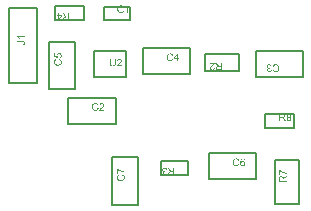
<source format=gbr>
G04*
G04 #@! TF.GenerationSoftware,Altium Limited,Altium Designer,25.3.3 (18)*
G04*
G04 Layer_Color=16711935*
%FSLAX44Y44*%
%MOMM*%
G71*
G04*
G04 #@! TF.SameCoordinates,BFC568DA-C1B5-42DE-8167-96A376B3F609*
G04*
G04*
G04 #@! TF.FilePolarity,Positive*
G04*
G01*
G75*
%ADD11C,0.2000*%
G36*
X413251Y1175932D02*
X408250D01*
X408259Y1175923D01*
X408296Y1175876D01*
X408351Y1175821D01*
X408416Y1175728D01*
X408499Y1175627D01*
X408592Y1175497D01*
X408693Y1175349D01*
X408795Y1175183D01*
Y1175174D01*
X408804Y1175164D01*
X408841Y1175109D01*
X408887Y1175016D01*
X408943Y1174905D01*
X409008Y1174776D01*
X409072Y1174637D01*
X409137Y1174499D01*
X409193Y1174360D01*
X408434D01*
Y1174369D01*
X408416Y1174388D01*
X408407Y1174425D01*
X408379Y1174471D01*
X408351Y1174527D01*
X408314Y1174591D01*
X408222Y1174748D01*
X408120Y1174933D01*
X407991Y1175118D01*
X407843Y1175312D01*
X407686Y1175507D01*
X407676Y1175516D01*
X407667Y1175525D01*
X407639Y1175553D01*
X407612Y1175590D01*
X407519Y1175673D01*
X407408Y1175784D01*
X407279Y1175895D01*
X407131Y1176015D01*
X406983Y1176117D01*
X406826Y1176209D01*
Y1176718D01*
X413251D01*
Y1175932D01*
D02*
G37*
G36*
X411421Y1172687D02*
X411495D01*
X411670Y1172668D01*
X411874Y1172650D01*
X412086Y1172613D01*
X412281Y1172557D01*
X412466Y1172492D01*
X412475D01*
X412484Y1172483D01*
X412540Y1172456D01*
X412613Y1172409D01*
X412715Y1172345D01*
X412817Y1172252D01*
X412928Y1172150D01*
X413039Y1172021D01*
X413131Y1171873D01*
X413140Y1171854D01*
X413168Y1171799D01*
X413205Y1171716D01*
X413242Y1171596D01*
X413288Y1171448D01*
X413325Y1171281D01*
X413353Y1171096D01*
X413362Y1170893D01*
Y1170810D01*
X413353Y1170754D01*
X413344Y1170680D01*
X413335Y1170606D01*
X413298Y1170412D01*
X413242Y1170209D01*
X413159Y1169996D01*
X413103Y1169885D01*
X413039Y1169783D01*
X412965Y1169691D01*
X412882Y1169599D01*
X412872Y1169589D01*
X412863Y1169580D01*
X412826Y1169562D01*
X412789Y1169534D01*
X412743Y1169497D01*
X412678Y1169460D01*
X412604Y1169423D01*
X412521Y1169377D01*
X412429Y1169340D01*
X412318Y1169303D01*
X412207Y1169266D01*
X412077Y1169229D01*
X411939Y1169210D01*
X411781Y1169183D01*
X411624Y1169173D01*
X411449D01*
X411338Y1169941D01*
X411347D01*
X411365D01*
X411402D01*
X411458Y1169950D01*
X411513Y1169959D01*
X411578D01*
X411735Y1169987D01*
X411902Y1170015D01*
X412068Y1170070D01*
X412216Y1170126D01*
X412281Y1170163D01*
X412336Y1170209D01*
X412345Y1170218D01*
X412373Y1170255D01*
X412419Y1170311D01*
X412466Y1170385D01*
X412521Y1170486D01*
X412558Y1170597D01*
X412595Y1170736D01*
X412604Y1170884D01*
Y1170939D01*
X412595Y1170995D01*
X412586Y1171078D01*
X412567Y1171161D01*
X412549Y1171254D01*
X412512Y1171346D01*
X412466Y1171438D01*
X412456Y1171448D01*
X412438Y1171475D01*
X412401Y1171512D01*
X412364Y1171568D01*
X412299Y1171614D01*
X412234Y1171670D01*
X412160Y1171716D01*
X412068Y1171753D01*
X412059D01*
X412022Y1171771D01*
X411957Y1171780D01*
X411874Y1171799D01*
X411763Y1171817D01*
X411624Y1171827D01*
X411458Y1171845D01*
X411264D01*
X406853D01*
Y1172696D01*
X411217D01*
X411227D01*
X411254D01*
X411291D01*
X411347D01*
X411421Y1172687D01*
D02*
G37*
G36*
X531828Y1065521D02*
X531902Y1065512D01*
X531985Y1065502D01*
X532077Y1065484D01*
X532179Y1065465D01*
X532401Y1065410D01*
X532632Y1065317D01*
X532752Y1065262D01*
X532863Y1065197D01*
X532974Y1065114D01*
X533085Y1065031D01*
X533094Y1065022D01*
X533113Y1065003D01*
X533140Y1064975D01*
X533168Y1064938D01*
X533214Y1064892D01*
X533261Y1064827D01*
X533316Y1064763D01*
X533372Y1064679D01*
X533427Y1064587D01*
X533483Y1064495D01*
X533584Y1064273D01*
X533667Y1064014D01*
X533695Y1063875D01*
X533714Y1063727D01*
X532928Y1063625D01*
Y1063635D01*
X532919Y1063653D01*
X532909Y1063690D01*
X532900Y1063736D01*
X532891Y1063792D01*
X532872Y1063857D01*
X532826Y1063995D01*
X532761Y1064162D01*
X532678Y1064319D01*
X532586Y1064467D01*
X532475Y1064596D01*
X532456Y1064605D01*
X532419Y1064642D01*
X532345Y1064689D01*
X532253Y1064735D01*
X532142Y1064790D01*
X532003Y1064837D01*
X531846Y1064874D01*
X531680Y1064883D01*
X531624D01*
X531587Y1064874D01*
X531485Y1064864D01*
X531356Y1064837D01*
X531208Y1064790D01*
X531051Y1064726D01*
X530894Y1064633D01*
X530746Y1064504D01*
X530727Y1064485D01*
X530681Y1064430D01*
X530626Y1064347D01*
X530552Y1064236D01*
X530478Y1064097D01*
X530422Y1063940D01*
X530376Y1063755D01*
X530358Y1063551D01*
Y1063542D01*
Y1063524D01*
Y1063496D01*
X530367Y1063459D01*
X530376Y1063357D01*
X530404Y1063237D01*
X530441Y1063089D01*
X530505Y1062941D01*
X530598Y1062793D01*
X530718Y1062655D01*
X530737Y1062636D01*
X530783Y1062599D01*
X530857Y1062544D01*
X530959Y1062479D01*
X531088Y1062414D01*
X531245Y1062359D01*
X531421Y1062322D01*
X531615Y1062303D01*
X531698D01*
X531763Y1062313D01*
X531846Y1062322D01*
X531939Y1062340D01*
X532049Y1062359D01*
X532170Y1062387D01*
X532077Y1061693D01*
X532031D01*
X531994Y1061702D01*
X531874D01*
X531772Y1061684D01*
X531652Y1061665D01*
X531513Y1061638D01*
X531356Y1061591D01*
X531208Y1061527D01*
X531051Y1061443D01*
X531042D01*
X531032Y1061434D01*
X530986Y1061397D01*
X530922Y1061333D01*
X530848Y1061249D01*
X530774Y1061129D01*
X530709Y1060991D01*
X530663Y1060833D01*
X530644Y1060741D01*
Y1060639D01*
Y1060630D01*
Y1060621D01*
Y1060565D01*
X530663Y1060491D01*
X530681Y1060389D01*
X530718Y1060279D01*
X530764Y1060158D01*
X530838Y1060038D01*
X530940Y1059927D01*
X530949Y1059918D01*
X530995Y1059881D01*
X531060Y1059835D01*
X531143Y1059779D01*
X531254Y1059733D01*
X531384Y1059687D01*
X531532Y1059650D01*
X531698Y1059641D01*
X531772D01*
X531855Y1059659D01*
X531966Y1059678D01*
X532086Y1059715D01*
X532207Y1059761D01*
X532336Y1059835D01*
X532456Y1059927D01*
X532466Y1059937D01*
X532503Y1059983D01*
X532558Y1060047D01*
X532623Y1060140D01*
X532687Y1060260D01*
X532752Y1060408D01*
X532808Y1060584D01*
X532845Y1060787D01*
X533630Y1060648D01*
Y1060639D01*
X533621Y1060611D01*
X533612Y1060574D01*
X533603Y1060519D01*
X533584Y1060454D01*
X533557Y1060380D01*
X533501Y1060205D01*
X533409Y1060001D01*
X533298Y1059798D01*
X533159Y1059604D01*
X532983Y1059428D01*
X532974Y1059419D01*
X532956Y1059409D01*
X532928Y1059391D01*
X532891Y1059363D01*
X532845Y1059326D01*
X532780Y1059289D01*
X532715Y1059252D01*
X532632Y1059206D01*
X532447Y1059132D01*
X532234Y1059058D01*
X531985Y1059012D01*
X531855Y1058993D01*
X531624D01*
X531522Y1059003D01*
X531402Y1059021D01*
X531254Y1059049D01*
X531088Y1059095D01*
X530922Y1059151D01*
X530755Y1059225D01*
X530746D01*
X530737Y1059234D01*
X530681Y1059262D01*
X530598Y1059317D01*
X530505Y1059382D01*
X530395Y1059474D01*
X530284Y1059576D01*
X530173Y1059696D01*
X530080Y1059835D01*
X530071Y1059853D01*
X530043Y1059900D01*
X530006Y1059983D01*
X529960Y1060084D01*
X529914Y1060205D01*
X529877Y1060343D01*
X529849Y1060500D01*
X529840Y1060658D01*
Y1060676D01*
Y1060732D01*
X529849Y1060806D01*
X529868Y1060907D01*
X529895Y1061028D01*
X529941Y1061157D01*
X529997Y1061286D01*
X530071Y1061416D01*
X530080Y1061434D01*
X530108Y1061471D01*
X530163Y1061536D01*
X530237Y1061610D01*
X530330Y1061693D01*
X530441Y1061786D01*
X530570Y1061869D01*
X530727Y1061952D01*
X530718D01*
X530700Y1061961D01*
X530672Y1061971D01*
X530635Y1061980D01*
X530533Y1062017D01*
X530404Y1062072D01*
X530256Y1062146D01*
X530108Y1062239D01*
X529969Y1062359D01*
X529840Y1062497D01*
X529831Y1062516D01*
X529794Y1062571D01*
X529738Y1062664D01*
X529683Y1062784D01*
X529627Y1062932D01*
X529572Y1063108D01*
X529535Y1063311D01*
X529525Y1063533D01*
Y1063542D01*
Y1063570D01*
Y1063616D01*
X529535Y1063672D01*
X529544Y1063746D01*
X529562Y1063829D01*
X529581Y1063921D01*
X529599Y1064023D01*
X529673Y1064245D01*
X529729Y1064365D01*
X529784Y1064476D01*
X529858Y1064596D01*
X529941Y1064716D01*
X530034Y1064837D01*
X530145Y1064948D01*
X530154Y1064957D01*
X530173Y1064975D01*
X530210Y1065003D01*
X530256Y1065040D01*
X530311Y1065086D01*
X530385Y1065133D01*
X530468Y1065188D01*
X530570Y1065234D01*
X530672Y1065290D01*
X530792Y1065345D01*
X530912Y1065391D01*
X531051Y1065438D01*
X531199Y1065475D01*
X531356Y1065502D01*
X531513Y1065521D01*
X531689Y1065530D01*
X531772D01*
X531828Y1065521D01*
D02*
G37*
G36*
X539843Y1059021D02*
X536876D01*
X536802Y1059030D01*
X536718D01*
X536524Y1059040D01*
X536321Y1059067D01*
X536099Y1059095D01*
X535896Y1059141D01*
X535794Y1059169D01*
X535711Y1059197D01*
X535701D01*
X535692Y1059206D01*
X535637Y1059234D01*
X535554Y1059271D01*
X535452Y1059335D01*
X535341Y1059419D01*
X535221Y1059530D01*
X535110Y1059659D01*
X534999Y1059807D01*
Y1059816D01*
X534990Y1059826D01*
X534953Y1059881D01*
X534916Y1059974D01*
X534860Y1060094D01*
X534814Y1060232D01*
X534768Y1060399D01*
X534740Y1060574D01*
X534731Y1060769D01*
Y1060778D01*
Y1060796D01*
Y1060833D01*
X534740Y1060880D01*
Y1060944D01*
X534749Y1061009D01*
X534786Y1061166D01*
X534842Y1061351D01*
X534916Y1061545D01*
X535027Y1061739D01*
X535101Y1061832D01*
X535174Y1061924D01*
X535184Y1061934D01*
X535193Y1061943D01*
X535221Y1061971D01*
X535258Y1061998D01*
X535304Y1062035D01*
X535359Y1062072D01*
X535433Y1062118D01*
X535507Y1062174D01*
X535600Y1062220D01*
X535701Y1062266D01*
X535812Y1062322D01*
X535933Y1062368D01*
X536071Y1062405D01*
X536210Y1062451D01*
X536367Y1062479D01*
X536534Y1062507D01*
X536515Y1062516D01*
X536478Y1062534D01*
X536423Y1062571D01*
X536349Y1062608D01*
X536182Y1062710D01*
X536099Y1062775D01*
X536025Y1062830D01*
X536007Y1062849D01*
X535960Y1062895D01*
X535886Y1062969D01*
X535794Y1063062D01*
X535692Y1063191D01*
X535572Y1063330D01*
X535452Y1063496D01*
X535322Y1063681D01*
X534222Y1065419D01*
X535276D01*
X536118Y1064088D01*
Y1064079D01*
X536136Y1064060D01*
X536155Y1064032D01*
X536182Y1063995D01*
X536247Y1063894D01*
X536330Y1063764D01*
X536432Y1063625D01*
X536534Y1063478D01*
X536635Y1063339D01*
X536728Y1063209D01*
X536737Y1063200D01*
X536765Y1063163D01*
X536811Y1063108D01*
X536876Y1063043D01*
X537014Y1062904D01*
X537088Y1062840D01*
X537162Y1062784D01*
X537172Y1062775D01*
X537190Y1062766D01*
X537227Y1062747D01*
X537282Y1062719D01*
X537338Y1062692D01*
X537403Y1062664D01*
X537551Y1062618D01*
X537560D01*
X537578Y1062608D01*
X537615D01*
X537662Y1062599D01*
X537726Y1062590D01*
X537800D01*
X537902Y1062581D01*
X538993D01*
Y1065419D01*
X539843D01*
Y1059021D01*
D02*
G37*
G36*
X598054Y1073327D02*
X598119D01*
X598193Y1073318D01*
X598368Y1073281D01*
X598563Y1073235D01*
X598766Y1073161D01*
X598969Y1073050D01*
X599071Y1072985D01*
X599163Y1072911D01*
X599173Y1072902D01*
X599182Y1072893D01*
X599210Y1072865D01*
X599237Y1072837D01*
X599284Y1072791D01*
X599321Y1072736D01*
X599422Y1072606D01*
X599524Y1072440D01*
X599617Y1072236D01*
X599700Y1072005D01*
X599755Y1071746D01*
X598969Y1071682D01*
Y1071691D01*
X598960Y1071700D01*
X598951Y1071756D01*
X598923Y1071839D01*
X598886Y1071940D01*
X598849Y1072051D01*
X598794Y1072162D01*
X598729Y1072264D01*
X598664Y1072347D01*
X598646Y1072366D01*
X598609Y1072403D01*
X598544Y1072458D01*
X598451Y1072523D01*
X598331Y1072578D01*
X598202Y1072634D01*
X598045Y1072671D01*
X597878Y1072689D01*
X597814D01*
X597740Y1072680D01*
X597656Y1072662D01*
X597545Y1072634D01*
X597435Y1072597D01*
X597323Y1072551D01*
X597213Y1072477D01*
X597194Y1072467D01*
X597148Y1072430D01*
X597083Y1072366D01*
X597000Y1072273D01*
X596908Y1072162D01*
X596806Y1072033D01*
X596713Y1071867D01*
X596621Y1071682D01*
Y1071672D01*
X596612Y1071654D01*
X596602Y1071626D01*
X596584Y1071589D01*
X596575Y1071534D01*
X596556Y1071469D01*
X596538Y1071395D01*
X596519Y1071302D01*
X596491Y1071201D01*
X596473Y1071090D01*
X596455Y1070970D01*
X596445Y1070840D01*
X596427Y1070692D01*
X596418Y1070544D01*
X596408Y1070378D01*
Y1070211D01*
X596418Y1070221D01*
X596455Y1070276D01*
X596519Y1070350D01*
X596602Y1070443D01*
X596695Y1070554D01*
X596815Y1070655D01*
X596945Y1070757D01*
X597092Y1070849D01*
X597102D01*
X597111Y1070859D01*
X597166Y1070886D01*
X597250Y1070914D01*
X597360Y1070960D01*
X597490Y1070997D01*
X597638Y1071025D01*
X597795Y1071053D01*
X597962Y1071062D01*
X598036D01*
X598091Y1071053D01*
X598165Y1071044D01*
X598239Y1071034D01*
X598331Y1071016D01*
X598424Y1070988D01*
X598636Y1070923D01*
X598747Y1070877D01*
X598858Y1070813D01*
X598969Y1070748D01*
X599090Y1070674D01*
X599200Y1070581D01*
X599302Y1070480D01*
X599311Y1070470D01*
X599330Y1070452D01*
X599358Y1070424D01*
X599385Y1070378D01*
X599431Y1070313D01*
X599478Y1070248D01*
X599524Y1070165D01*
X599580Y1070073D01*
X599635Y1069971D01*
X599681Y1069860D01*
X599727Y1069731D01*
X599774Y1069601D01*
X599801Y1069463D01*
X599829Y1069305D01*
X599848Y1069148D01*
X599857Y1068982D01*
Y1068973D01*
Y1068954D01*
Y1068926D01*
Y1068880D01*
X599848Y1068825D01*
Y1068769D01*
X599820Y1068621D01*
X599792Y1068446D01*
X599746Y1068261D01*
X599681Y1068057D01*
X599589Y1067863D01*
Y1067854D01*
X599580Y1067845D01*
X599561Y1067817D01*
X599543Y1067780D01*
X599487Y1067688D01*
X599404Y1067567D01*
X599302Y1067438D01*
X599182Y1067308D01*
X599034Y1067179D01*
X598877Y1067068D01*
X598868D01*
X598858Y1067059D01*
X598831Y1067040D01*
X598794Y1067031D01*
X598701Y1066985D01*
X598581Y1066939D01*
X598424Y1066883D01*
X598248Y1066846D01*
X598054Y1066809D01*
X597841Y1066800D01*
X597795D01*
X597749Y1066809D01*
X597675D01*
X597592Y1066818D01*
X597499Y1066837D01*
X597388Y1066865D01*
X597277Y1066892D01*
X597148Y1066929D01*
X597018Y1066975D01*
X596889Y1067031D01*
X596750Y1067105D01*
X596621Y1067188D01*
X596491Y1067281D01*
X596362Y1067392D01*
X596242Y1067521D01*
X596233Y1067530D01*
X596214Y1067558D01*
X596186Y1067595D01*
X596149Y1067660D01*
X596094Y1067743D01*
X596048Y1067835D01*
X595992Y1067956D01*
X595937Y1068085D01*
X595872Y1068242D01*
X595816Y1068418D01*
X595770Y1068612D01*
X595724Y1068825D01*
X595678Y1069065D01*
X595650Y1069324D01*
X595632Y1069601D01*
X595622Y1069897D01*
Y1069906D01*
Y1069916D01*
Y1069943D01*
Y1069980D01*
X595632Y1070073D01*
Y1070202D01*
X595641Y1070350D01*
X595659Y1070526D01*
X595678Y1070720D01*
X595706Y1070933D01*
X595742Y1071145D01*
X595789Y1071376D01*
X595844Y1071598D01*
X595909Y1071820D01*
X595992Y1072033D01*
X596085Y1072236D01*
X596186Y1072430D01*
X596306Y1072597D01*
X596316Y1072606D01*
X596334Y1072625D01*
X596371Y1072662D01*
X596418Y1072717D01*
X596473Y1072773D01*
X596547Y1072828D01*
X596639Y1072902D01*
X596732Y1072967D01*
X596843Y1073031D01*
X596963Y1073105D01*
X597102Y1073161D01*
X597240Y1073226D01*
X597397Y1073272D01*
X597564Y1073309D01*
X597740Y1073327D01*
X597924Y1073336D01*
X597999D01*
X598054Y1073327D01*
D02*
G37*
G36*
X592451Y1073410D02*
X592534Y1073401D01*
X592636Y1073392D01*
X592738Y1073383D01*
X592858Y1073355D01*
X593108Y1073299D01*
X593385Y1073216D01*
X593524Y1073161D01*
X593653Y1073096D01*
X593783Y1073013D01*
X593912Y1072930D01*
X593921Y1072921D01*
X593940Y1072911D01*
X593977Y1072884D01*
X594023Y1072837D01*
X594069Y1072791D01*
X594134Y1072726D01*
X594198Y1072652D01*
X594272Y1072578D01*
X594347Y1072486D01*
X594420Y1072375D01*
X594504Y1072264D01*
X594578Y1072144D01*
X594642Y1072005D01*
X594716Y1071867D01*
X594772Y1071719D01*
X594827Y1071552D01*
X593995Y1071358D01*
Y1071367D01*
X593986Y1071386D01*
X593967Y1071423D01*
X593949Y1071469D01*
X593930Y1071524D01*
X593903Y1071598D01*
X593829Y1071746D01*
X593736Y1071913D01*
X593625Y1072079D01*
X593487Y1072236D01*
X593339Y1072375D01*
X593320Y1072393D01*
X593265Y1072430D01*
X593172Y1072477D01*
X593052Y1072541D01*
X592895Y1072597D01*
X592719Y1072652D01*
X592507Y1072689D01*
X592275Y1072699D01*
X592201D01*
X592155Y1072689D01*
X592090D01*
X592017Y1072680D01*
X591841Y1072652D01*
X591647Y1072615D01*
X591443Y1072551D01*
X591231Y1072458D01*
X591036Y1072338D01*
X591027D01*
X591018Y1072319D01*
X590953Y1072273D01*
X590870Y1072199D01*
X590768Y1072088D01*
X590648Y1071950D01*
X590537Y1071793D01*
X590436Y1071598D01*
X590343Y1071386D01*
Y1071376D01*
X590334Y1071358D01*
X590325Y1071330D01*
X590315Y1071284D01*
X590297Y1071228D01*
X590278Y1071164D01*
X590251Y1071007D01*
X590214Y1070822D01*
X590177Y1070618D01*
X590158Y1070396D01*
X590149Y1070156D01*
Y1070147D01*
Y1070119D01*
Y1070073D01*
Y1070017D01*
X590158Y1069953D01*
Y1069869D01*
X590168Y1069777D01*
X590177Y1069675D01*
X590204Y1069453D01*
X590251Y1069213D01*
X590306Y1068973D01*
X590380Y1068732D01*
Y1068723D01*
X590389Y1068705D01*
X590408Y1068677D01*
X590426Y1068631D01*
X590482Y1068520D01*
X590565Y1068390D01*
X590667Y1068242D01*
X590796Y1068085D01*
X590944Y1067946D01*
X591120Y1067817D01*
X591129D01*
X591147Y1067808D01*
X591175Y1067789D01*
X591212Y1067771D01*
X591258Y1067752D01*
X591314Y1067724D01*
X591443Y1067669D01*
X591610Y1067614D01*
X591795Y1067567D01*
X591998Y1067530D01*
X592211Y1067521D01*
X592275D01*
X592331Y1067530D01*
X592396D01*
X592460Y1067540D01*
X592627Y1067577D01*
X592821Y1067623D01*
X593015Y1067697D01*
X593218Y1067798D01*
X593320Y1067854D01*
X593413Y1067928D01*
X593422Y1067937D01*
X593431Y1067946D01*
X593459Y1067974D01*
X593496Y1068002D01*
X593533Y1068048D01*
X593579Y1068103D01*
X593635Y1068159D01*
X593681Y1068233D01*
X593736Y1068316D01*
X593801Y1068409D01*
X593856Y1068501D01*
X593912Y1068612D01*
X593958Y1068732D01*
X594004Y1068862D01*
X594051Y1069000D01*
X594088Y1069148D01*
X594938Y1068936D01*
Y1068926D01*
X594929Y1068889D01*
X594910Y1068834D01*
X594883Y1068760D01*
X594855Y1068677D01*
X594818Y1068575D01*
X594772Y1068464D01*
X594716Y1068344D01*
X594587Y1068085D01*
X594420Y1067826D01*
X594319Y1067697D01*
X594217Y1067567D01*
X594106Y1067456D01*
X593977Y1067345D01*
X593967Y1067336D01*
X593949Y1067318D01*
X593903Y1067299D01*
X593856Y1067262D01*
X593783Y1067216D01*
X593708Y1067170D01*
X593607Y1067123D01*
X593505Y1067077D01*
X593385Y1067022D01*
X593256Y1066975D01*
X593117Y1066929D01*
X592969Y1066883D01*
X592812Y1066846D01*
X592645Y1066828D01*
X592470Y1066809D01*
X592285Y1066800D01*
X592183D01*
X592109Y1066809D01*
X592026D01*
X591924Y1066818D01*
X591813Y1066837D01*
X591684Y1066855D01*
X591416Y1066902D01*
X591138Y1066975D01*
X590861Y1067077D01*
X590731Y1067142D01*
X590602Y1067216D01*
X590593Y1067225D01*
X590574Y1067234D01*
X590537Y1067262D01*
X590500Y1067299D01*
X590445Y1067336D01*
X590380Y1067392D01*
X590306Y1067456D01*
X590232Y1067530D01*
X590158Y1067614D01*
X590075Y1067697D01*
X589909Y1067909D01*
X589751Y1068159D01*
X589613Y1068436D01*
Y1068446D01*
X589594Y1068473D01*
X589585Y1068520D01*
X589557Y1068575D01*
X589539Y1068649D01*
X589511Y1068741D01*
X589474Y1068843D01*
X589446Y1068954D01*
X589419Y1069074D01*
X589382Y1069213D01*
X589335Y1069500D01*
X589298Y1069823D01*
X589280Y1070156D01*
Y1070165D01*
Y1070202D01*
Y1070258D01*
X589289Y1070322D01*
Y1070415D01*
X589298Y1070507D01*
X589308Y1070628D01*
X589326Y1070748D01*
X589372Y1071016D01*
X589437Y1071312D01*
X589529Y1071608D01*
X589659Y1071894D01*
X589668Y1071903D01*
X589677Y1071931D01*
X589696Y1071968D01*
X589733Y1072014D01*
X589770Y1072079D01*
X589816Y1072153D01*
X589936Y1072319D01*
X590093Y1072504D01*
X590278Y1072689D01*
X590491Y1072874D01*
X590741Y1073031D01*
X590750Y1073041D01*
X590778Y1073050D01*
X590815Y1073068D01*
X590861Y1073096D01*
X590935Y1073124D01*
X591009Y1073152D01*
X591101Y1073189D01*
X591203Y1073226D01*
X591314Y1073262D01*
X591434Y1073299D01*
X591693Y1073355D01*
X591989Y1073401D01*
X592294Y1073420D01*
X592386D01*
X592451Y1073410D01*
D02*
G37*
G36*
X442374Y1162594D02*
X442448Y1162585D01*
X442531Y1162575D01*
X442633Y1162557D01*
X442735Y1162538D01*
X442975Y1162483D01*
X443225Y1162390D01*
X443354Y1162335D01*
X443474Y1162261D01*
X443604Y1162187D01*
X443724Y1162094D01*
X443733Y1162085D01*
X443761Y1162067D01*
X443798Y1162030D01*
X443844Y1161983D01*
X443900Y1161919D01*
X443974Y1161845D01*
X444038Y1161752D01*
X444112Y1161651D01*
X444186Y1161540D01*
X444251Y1161410D01*
X444316Y1161272D01*
X444380Y1161124D01*
X444427Y1160966D01*
X444464Y1160791D01*
X444491Y1160606D01*
X444501Y1160412D01*
Y1160329D01*
X444491Y1160264D01*
X444482Y1160190D01*
X444473Y1160107D01*
X444464Y1160005D01*
X444436Y1159903D01*
X444380Y1159672D01*
X444297Y1159441D01*
X444242Y1159321D01*
X444177Y1159201D01*
X444103Y1159090D01*
X444020Y1158979D01*
X444011Y1158969D01*
X444001Y1158951D01*
X443964Y1158932D01*
X443927Y1158895D01*
X443881Y1158849D01*
X443826Y1158803D01*
X443752Y1158748D01*
X443669Y1158701D01*
X443585Y1158646D01*
X443484Y1158590D01*
X443262Y1158489D01*
X443003Y1158406D01*
X442864Y1158378D01*
X442716Y1158359D01*
X442651Y1159182D01*
X442661D01*
X442679D01*
X442707Y1159191D01*
X442753Y1159201D01*
X442855Y1159228D01*
X442994Y1159265D01*
X443132Y1159321D01*
X443289Y1159395D01*
X443428Y1159487D01*
X443558Y1159598D01*
X443567Y1159617D01*
X443604Y1159654D01*
X443650Y1159728D01*
X443705Y1159829D01*
X443761Y1159940D01*
X443807Y1160079D01*
X443844Y1160236D01*
X443853Y1160412D01*
Y1160467D01*
X443844Y1160504D01*
X443835Y1160615D01*
X443798Y1160745D01*
X443752Y1160902D01*
X443678Y1161059D01*
X443567Y1161225D01*
X443502Y1161299D01*
X443428Y1161373D01*
X443419Y1161383D01*
X443410Y1161392D01*
X443382Y1161410D01*
X443354Y1161438D01*
X443252Y1161503D01*
X443123Y1161577D01*
X442966Y1161641D01*
X442772Y1161706D01*
X442541Y1161752D01*
X442420Y1161771D01*
X442291D01*
X442282D01*
X442263D01*
X442226D01*
X442180Y1161762D01*
X442124D01*
X442060Y1161752D01*
X441912Y1161725D01*
X441736Y1161678D01*
X441561Y1161614D01*
X441394Y1161521D01*
X441237Y1161392D01*
X441228D01*
X441218Y1161373D01*
X441172Y1161327D01*
X441107Y1161244D01*
X441034Y1161133D01*
X440969Y1160985D01*
X440904Y1160819D01*
X440858Y1160624D01*
X440839Y1160514D01*
Y1160338D01*
X440849Y1160264D01*
X440858Y1160171D01*
X440886Y1160060D01*
X440913Y1159949D01*
X440960Y1159829D01*
X441015Y1159709D01*
X441024Y1159700D01*
X441043Y1159663D01*
X441089Y1159607D01*
X441135Y1159533D01*
X441200Y1159460D01*
X441283Y1159386D01*
X441366Y1159302D01*
X441468Y1159238D01*
X441366Y1158498D01*
X438075Y1159117D01*
Y1162298D01*
X438824D01*
Y1159737D01*
X440553Y1159395D01*
X440544Y1159404D01*
X440534Y1159423D01*
X440516Y1159450D01*
X440488Y1159497D01*
X440460Y1159552D01*
X440423Y1159617D01*
X440349Y1159765D01*
X440275Y1159949D01*
X440211Y1160153D01*
X440164Y1160375D01*
X440146Y1160486D01*
Y1160689D01*
X440155Y1160745D01*
X440164Y1160819D01*
X440174Y1160902D01*
X440192Y1160994D01*
X440220Y1161096D01*
X440285Y1161318D01*
X440331Y1161438D01*
X440396Y1161558D01*
X440460Y1161678D01*
X440534Y1161799D01*
X440627Y1161910D01*
X440728Y1162020D01*
X440738Y1162030D01*
X440756Y1162048D01*
X440784Y1162076D01*
X440830Y1162113D01*
X440895Y1162159D01*
X440960Y1162205D01*
X441043Y1162261D01*
X441135Y1162316D01*
X441237Y1162363D01*
X441348Y1162418D01*
X441477Y1162464D01*
X441607Y1162511D01*
X441745Y1162548D01*
X441903Y1162575D01*
X442060Y1162594D01*
X442226Y1162603D01*
X442235D01*
X442263D01*
X442309D01*
X442374Y1162594D01*
D02*
G37*
G36*
X442411Y1157629D02*
X442467Y1157610D01*
X442541Y1157583D01*
X442624Y1157555D01*
X442725Y1157518D01*
X442836Y1157472D01*
X442957Y1157416D01*
X443215Y1157287D01*
X443474Y1157120D01*
X443604Y1157019D01*
X443733Y1156917D01*
X443844Y1156806D01*
X443955Y1156677D01*
X443964Y1156667D01*
X443983Y1156649D01*
X444001Y1156603D01*
X444038Y1156556D01*
X444085Y1156482D01*
X444131Y1156408D01*
X444177Y1156307D01*
X444223Y1156205D01*
X444279Y1156085D01*
X444325Y1155955D01*
X444371Y1155817D01*
X444417Y1155669D01*
X444454Y1155512D01*
X444473Y1155345D01*
X444491Y1155170D01*
X444501Y1154985D01*
Y1154883D01*
X444491Y1154809D01*
Y1154726D01*
X444482Y1154624D01*
X444464Y1154513D01*
X444445Y1154384D01*
X444399Y1154116D01*
X444325Y1153838D01*
X444223Y1153561D01*
X444159Y1153431D01*
X444085Y1153302D01*
X444075Y1153293D01*
X444066Y1153274D01*
X444038Y1153237D01*
X444001Y1153200D01*
X443964Y1153145D01*
X443909Y1153080D01*
X443844Y1153006D01*
X443770Y1152932D01*
X443687Y1152858D01*
X443604Y1152775D01*
X443391Y1152608D01*
X443142Y1152451D01*
X442864Y1152313D01*
X442855D01*
X442827Y1152294D01*
X442781Y1152285D01*
X442725Y1152257D01*
X442651Y1152239D01*
X442559Y1152211D01*
X442457Y1152174D01*
X442346Y1152146D01*
X442226Y1152119D01*
X442088Y1152082D01*
X441801Y1152035D01*
X441477Y1151998D01*
X441144Y1151980D01*
X441135D01*
X441098D01*
X441043D01*
X440978Y1151989D01*
X440886D01*
X440793Y1151998D01*
X440673Y1152008D01*
X440553Y1152026D01*
X440285Y1152072D01*
X439989Y1152137D01*
X439693Y1152229D01*
X439406Y1152359D01*
X439397Y1152368D01*
X439369Y1152377D01*
X439332Y1152396D01*
X439286Y1152433D01*
X439221Y1152470D01*
X439147Y1152516D01*
X438981Y1152636D01*
X438796Y1152793D01*
X438611Y1152978D01*
X438426Y1153191D01*
X438269Y1153441D01*
X438260Y1153450D01*
X438251Y1153478D01*
X438232Y1153515D01*
X438204Y1153561D01*
X438177Y1153635D01*
X438149Y1153709D01*
X438112Y1153801D01*
X438075Y1153903D01*
X438038Y1154014D01*
X438001Y1154134D01*
X437946Y1154393D01*
X437899Y1154689D01*
X437881Y1154994D01*
Y1155086D01*
X437890Y1155151D01*
X437899Y1155234D01*
X437909Y1155336D01*
X437918Y1155438D01*
X437946Y1155558D01*
X438001Y1155807D01*
X438084Y1156085D01*
X438140Y1156224D01*
X438204Y1156353D01*
X438288Y1156482D01*
X438371Y1156612D01*
X438380Y1156621D01*
X438389Y1156640D01*
X438417Y1156677D01*
X438463Y1156723D01*
X438509Y1156769D01*
X438574Y1156834D01*
X438648Y1156898D01*
X438722Y1156972D01*
X438815Y1157046D01*
X438926Y1157120D01*
X439036Y1157204D01*
X439157Y1157278D01*
X439295Y1157342D01*
X439434Y1157416D01*
X439582Y1157472D01*
X439748Y1157527D01*
X439943Y1156695D01*
X439933D01*
X439915Y1156686D01*
X439878Y1156667D01*
X439832Y1156649D01*
X439776Y1156630D01*
X439702Y1156603D01*
X439554Y1156529D01*
X439388Y1156436D01*
X439221Y1156325D01*
X439064Y1156187D01*
X438926Y1156039D01*
X438907Y1156020D01*
X438870Y1155965D01*
X438824Y1155872D01*
X438759Y1155752D01*
X438704Y1155595D01*
X438648Y1155419D01*
X438611Y1155207D01*
X438602Y1154975D01*
Y1154901D01*
X438611Y1154855D01*
Y1154790D01*
X438620Y1154716D01*
X438648Y1154541D01*
X438685Y1154347D01*
X438750Y1154143D01*
X438842Y1153931D01*
X438963Y1153736D01*
Y1153727D01*
X438981Y1153718D01*
X439027Y1153653D01*
X439101Y1153570D01*
X439212Y1153468D01*
X439351Y1153348D01*
X439508Y1153237D01*
X439702Y1153136D01*
X439915Y1153043D01*
X439924D01*
X439943Y1153034D01*
X439970Y1153025D01*
X440017Y1153015D01*
X440072Y1152997D01*
X440137Y1152978D01*
X440294Y1152951D01*
X440479Y1152914D01*
X440682Y1152877D01*
X440904Y1152858D01*
X441144Y1152849D01*
X441154D01*
X441181D01*
X441228D01*
X441283D01*
X441348Y1152858D01*
X441431D01*
X441524Y1152867D01*
X441625Y1152877D01*
X441847Y1152904D01*
X442088Y1152951D01*
X442328Y1153006D01*
X442568Y1153080D01*
X442578D01*
X442596Y1153089D01*
X442624Y1153108D01*
X442670Y1153126D01*
X442781Y1153182D01*
X442910Y1153265D01*
X443058Y1153367D01*
X443215Y1153496D01*
X443354Y1153644D01*
X443484Y1153820D01*
Y1153829D01*
X443493Y1153847D01*
X443511Y1153875D01*
X443530Y1153912D01*
X443548Y1153958D01*
X443576Y1154014D01*
X443632Y1154143D01*
X443687Y1154310D01*
X443733Y1154495D01*
X443770Y1154698D01*
X443779Y1154911D01*
Y1154975D01*
X443770Y1155031D01*
Y1155096D01*
X443761Y1155160D01*
X443724Y1155327D01*
X443678Y1155521D01*
X443604Y1155715D01*
X443502Y1155918D01*
X443447Y1156020D01*
X443373Y1156113D01*
X443363Y1156122D01*
X443354Y1156131D01*
X443326Y1156159D01*
X443299Y1156196D01*
X443252Y1156233D01*
X443197Y1156279D01*
X443142Y1156335D01*
X443068Y1156381D01*
X442984Y1156436D01*
X442892Y1156501D01*
X442799Y1156556D01*
X442688Y1156612D01*
X442568Y1156658D01*
X442439Y1156704D01*
X442300Y1156750D01*
X442152Y1156787D01*
X442365Y1157638D01*
X442374D01*
X442411Y1157629D01*
D02*
G37*
G36*
X492043Y1064758D02*
X492062Y1064739D01*
X492099Y1064702D01*
X492154Y1064665D01*
X492219Y1064610D01*
X492293Y1064536D01*
X492385Y1064462D01*
X492496Y1064378D01*
X492607Y1064295D01*
X492737Y1064193D01*
X492884Y1064092D01*
X493032Y1063990D01*
X493199Y1063879D01*
X493374Y1063768D01*
X493569Y1063657D01*
X493763Y1063546D01*
X493772Y1063537D01*
X493809Y1063519D01*
X493865Y1063491D01*
X493948Y1063445D01*
X494049Y1063398D01*
X494160Y1063343D01*
X494290Y1063278D01*
X494438Y1063214D01*
X494604Y1063139D01*
X494771Y1063056D01*
X494955Y1062982D01*
X495150Y1062908D01*
X495547Y1062760D01*
X495973Y1062622D01*
X495982D01*
X496009Y1062613D01*
X496056Y1062603D01*
X496111Y1062585D01*
X496185Y1062566D01*
X496278Y1062548D01*
X496379Y1062520D01*
X496490Y1062502D01*
X496620Y1062474D01*
X496758Y1062446D01*
X497054Y1062400D01*
X497378Y1062354D01*
X497729Y1062326D01*
Y1061522D01*
X497720D01*
X497692D01*
X497655D01*
X497600Y1061531D01*
X497526D01*
X497433Y1061540D01*
X497332Y1061549D01*
X497221Y1061559D01*
X497091Y1061577D01*
X496962Y1061596D01*
X496805Y1061623D01*
X496647Y1061651D01*
X496481Y1061679D01*
X496296Y1061716D01*
X495917Y1061808D01*
X495908D01*
X495871Y1061817D01*
X495815Y1061836D01*
X495732Y1061864D01*
X495640Y1061891D01*
X495529Y1061928D01*
X495399Y1061965D01*
X495261Y1062021D01*
X495103Y1062076D01*
X494946Y1062132D01*
X494595Y1062270D01*
X494225Y1062437D01*
X493855Y1062622D01*
X493846Y1062631D01*
X493809Y1062650D01*
X493763Y1062677D01*
X493689Y1062714D01*
X493606Y1062760D01*
X493504Y1062825D01*
X493393Y1062890D01*
X493273Y1062964D01*
X493005Y1063139D01*
X492727Y1063324D01*
X492441Y1063537D01*
X492173Y1063759D01*
Y1060625D01*
X491414D01*
Y1064767D01*
X492034D01*
X492043Y1064758D01*
D02*
G37*
G36*
X495751Y1059839D02*
X495806Y1059820D01*
X495880Y1059793D01*
X495963Y1059765D01*
X496065Y1059728D01*
X496176Y1059682D01*
X496296Y1059626D01*
X496555Y1059497D01*
X496814Y1059330D01*
X496943Y1059229D01*
X497073Y1059127D01*
X497184Y1059016D01*
X497295Y1058887D01*
X497304Y1058877D01*
X497322Y1058859D01*
X497341Y1058813D01*
X497378Y1058766D01*
X497424Y1058692D01*
X497470Y1058618D01*
X497517Y1058517D01*
X497563Y1058415D01*
X497618Y1058295D01*
X497664Y1058165D01*
X497711Y1058027D01*
X497757Y1057879D01*
X497794Y1057722D01*
X497812Y1057555D01*
X497831Y1057380D01*
X497840Y1057195D01*
Y1057093D01*
X497831Y1057019D01*
Y1056936D01*
X497822Y1056834D01*
X497803Y1056723D01*
X497785Y1056594D01*
X497738Y1056326D01*
X497664Y1056048D01*
X497563Y1055771D01*
X497498Y1055641D01*
X497424Y1055512D01*
X497415Y1055503D01*
X497406Y1055484D01*
X497378Y1055447D01*
X497341Y1055410D01*
X497304Y1055355D01*
X497248Y1055290D01*
X497184Y1055216D01*
X497110Y1055142D01*
X497026Y1055068D01*
X496943Y1054985D01*
X496731Y1054818D01*
X496481Y1054661D01*
X496204Y1054523D01*
X496194D01*
X496167Y1054504D01*
X496120Y1054495D01*
X496065Y1054467D01*
X495991Y1054449D01*
X495899Y1054421D01*
X495797Y1054384D01*
X495686Y1054356D01*
X495566Y1054329D01*
X495427Y1054292D01*
X495140Y1054245D01*
X494817Y1054208D01*
X494484Y1054190D01*
X494475D01*
X494438D01*
X494382D01*
X494318Y1054199D01*
X494225D01*
X494133Y1054208D01*
X494012Y1054218D01*
X493892Y1054236D01*
X493624Y1054282D01*
X493328Y1054347D01*
X493032Y1054439D01*
X492746Y1054569D01*
X492737Y1054578D01*
X492709Y1054587D01*
X492672Y1054606D01*
X492626Y1054643D01*
X492561Y1054680D01*
X492487Y1054726D01*
X492321Y1054846D01*
X492136Y1055003D01*
X491951Y1055188D01*
X491766Y1055401D01*
X491609Y1055651D01*
X491599Y1055660D01*
X491590Y1055688D01*
X491572Y1055725D01*
X491544Y1055771D01*
X491516Y1055845D01*
X491488Y1055919D01*
X491451Y1056011D01*
X491414Y1056113D01*
X491377Y1056224D01*
X491340Y1056344D01*
X491285Y1056603D01*
X491239Y1056899D01*
X491220Y1057204D01*
Y1057296D01*
X491230Y1057361D01*
X491239Y1057444D01*
X491248Y1057546D01*
X491257Y1057648D01*
X491285Y1057768D01*
X491340Y1058018D01*
X491424Y1058295D01*
X491479Y1058434D01*
X491544Y1058563D01*
X491627Y1058692D01*
X491710Y1058822D01*
X491720Y1058831D01*
X491729Y1058850D01*
X491757Y1058887D01*
X491803Y1058933D01*
X491849Y1058979D01*
X491914Y1059044D01*
X491988Y1059108D01*
X492062Y1059182D01*
X492154Y1059256D01*
X492265Y1059330D01*
X492376Y1059414D01*
X492496Y1059488D01*
X492635Y1059552D01*
X492774Y1059626D01*
X492921Y1059682D01*
X493088Y1059737D01*
X493282Y1058905D01*
X493273D01*
X493254Y1058896D01*
X493217Y1058877D01*
X493171Y1058859D01*
X493116Y1058840D01*
X493042Y1058813D01*
X492894Y1058739D01*
X492727Y1058646D01*
X492561Y1058535D01*
X492404Y1058397D01*
X492265Y1058249D01*
X492247Y1058230D01*
X492210Y1058175D01*
X492163Y1058082D01*
X492099Y1057962D01*
X492043Y1057805D01*
X491988Y1057629D01*
X491951Y1057417D01*
X491941Y1057185D01*
Y1057111D01*
X491951Y1057065D01*
Y1057001D01*
X491960Y1056926D01*
X491988Y1056751D01*
X492025Y1056557D01*
X492089Y1056353D01*
X492182Y1056141D01*
X492302Y1055947D01*
Y1055937D01*
X492321Y1055928D01*
X492367Y1055863D01*
X492441Y1055780D01*
X492552Y1055678D01*
X492690Y1055558D01*
X492848Y1055447D01*
X493042Y1055346D01*
X493254Y1055253D01*
X493264D01*
X493282Y1055244D01*
X493310Y1055235D01*
X493356Y1055225D01*
X493411Y1055207D01*
X493476Y1055188D01*
X493633Y1055161D01*
X493818Y1055124D01*
X494022Y1055087D01*
X494244Y1055068D01*
X494484Y1055059D01*
X494493D01*
X494521D01*
X494567D01*
X494623D01*
X494687Y1055068D01*
X494771D01*
X494863Y1055077D01*
X494965Y1055087D01*
X495187Y1055114D01*
X495427Y1055161D01*
X495667Y1055216D01*
X495908Y1055290D01*
X495917D01*
X495936Y1055299D01*
X495963Y1055318D01*
X496009Y1055336D01*
X496120Y1055392D01*
X496250Y1055475D01*
X496398Y1055577D01*
X496555Y1055706D01*
X496694Y1055854D01*
X496823Y1056030D01*
Y1056039D01*
X496832Y1056057D01*
X496851Y1056085D01*
X496869Y1056122D01*
X496888Y1056168D01*
X496916Y1056224D01*
X496971Y1056353D01*
X497026Y1056520D01*
X497073Y1056705D01*
X497110Y1056908D01*
X497119Y1057121D01*
Y1057185D01*
X497110Y1057241D01*
Y1057306D01*
X497100Y1057370D01*
X497063Y1057537D01*
X497017Y1057731D01*
X496943Y1057925D01*
X496842Y1058128D01*
X496786Y1058230D01*
X496712Y1058323D01*
X496703Y1058332D01*
X496694Y1058341D01*
X496666Y1058369D01*
X496638Y1058406D01*
X496592Y1058443D01*
X496536Y1058489D01*
X496481Y1058544D01*
X496407Y1058591D01*
X496324Y1058646D01*
X496231Y1058711D01*
X496139Y1058766D01*
X496028Y1058822D01*
X495908Y1058868D01*
X495778Y1058914D01*
X495640Y1058960D01*
X495492Y1058997D01*
X495704Y1059848D01*
X495714D01*
X495751Y1059839D01*
D02*
G37*
G36*
X631692Y1111400D02*
X631775D01*
X631969Y1111390D01*
X632172Y1111363D01*
X632394Y1111335D01*
X632598Y1111289D01*
X632699Y1111261D01*
X632783Y1111233D01*
X632792D01*
X632801Y1111224D01*
X632857Y1111196D01*
X632940Y1111159D01*
X633041Y1111094D01*
X633153Y1111011D01*
X633273Y1110900D01*
X633384Y1110771D01*
X633495Y1110623D01*
Y1110614D01*
X633504Y1110604D01*
X633541Y1110549D01*
X633578Y1110456D01*
X633633Y1110336D01*
X633680Y1110198D01*
X633726Y1110031D01*
X633753Y1109855D01*
X633763Y1109661D01*
Y1109652D01*
Y1109634D01*
Y1109597D01*
X633753Y1109550D01*
Y1109486D01*
X633744Y1109421D01*
X633707Y1109264D01*
X633652Y1109079D01*
X633578Y1108885D01*
X633467Y1108691D01*
X633393Y1108598D01*
X633319Y1108506D01*
X633310Y1108496D01*
X633300Y1108487D01*
X633273Y1108459D01*
X633236Y1108432D01*
X633190Y1108395D01*
X633134Y1108358D01*
X633060Y1108311D01*
X632986Y1108256D01*
X632894Y1108210D01*
X632792Y1108164D01*
X632681Y1108108D01*
X632561Y1108062D01*
X632422Y1108025D01*
X632283Y1107979D01*
X632126Y1107951D01*
X631960Y1107923D01*
X631978Y1107914D01*
X632015Y1107895D01*
X632071Y1107859D01*
X632145Y1107822D01*
X632311Y1107720D01*
X632394Y1107655D01*
X632468Y1107600D01*
X632487Y1107581D01*
X632533Y1107535D01*
X632607Y1107461D01*
X632699Y1107368D01*
X632801Y1107239D01*
X632921Y1107100D01*
X633041Y1106934D01*
X633171Y1106749D01*
X634271Y1105011D01*
X633217D01*
X632376Y1106342D01*
Y1106351D01*
X632357Y1106370D01*
X632339Y1106398D01*
X632311Y1106435D01*
X632246Y1106536D01*
X632163Y1106666D01*
X632062Y1106805D01*
X631960Y1106952D01*
X631858Y1107091D01*
X631766Y1107221D01*
X631756Y1107230D01*
X631729Y1107267D01*
X631682Y1107322D01*
X631618Y1107387D01*
X631479Y1107526D01*
X631405Y1107590D01*
X631331Y1107646D01*
X631322Y1107655D01*
X631303Y1107664D01*
X631266Y1107683D01*
X631211Y1107710D01*
X631155Y1107738D01*
X631091Y1107766D01*
X630943Y1107812D01*
X630933D01*
X630915Y1107822D01*
X630878D01*
X630832Y1107831D01*
X630767Y1107840D01*
X630693D01*
X630591Y1107849D01*
X629501D01*
Y1105011D01*
X628650D01*
Y1111409D01*
X631618D01*
X631692Y1111400D01*
D02*
G37*
G36*
X636989Y1111427D02*
X637063Y1111418D01*
X637147Y1111409D01*
X637239Y1111400D01*
X637332Y1111372D01*
X637553Y1111316D01*
X637775Y1111233D01*
X637886Y1111178D01*
X637997Y1111113D01*
X638099Y1111030D01*
X638201Y1110947D01*
X638210Y1110937D01*
X638219Y1110928D01*
X638247Y1110900D01*
X638284Y1110863D01*
X638321Y1110808D01*
X638367Y1110752D01*
X638460Y1110614D01*
X638552Y1110438D01*
X638635Y1110235D01*
X638700Y1110003D01*
X638709Y1109883D01*
X638718Y1109754D01*
Y1109745D01*
Y1109735D01*
Y1109680D01*
X638709Y1109597D01*
X638691Y1109495D01*
X638663Y1109365D01*
X638617Y1109236D01*
X638561Y1109107D01*
X638478Y1108977D01*
X638469Y1108959D01*
X638432Y1108922D01*
X638376Y1108866D01*
X638302Y1108792D01*
X638201Y1108709D01*
X638080Y1108626D01*
X637942Y1108543D01*
X637775Y1108469D01*
X637785D01*
X637803Y1108459D01*
X637831Y1108450D01*
X637868Y1108432D01*
X637979Y1108385D01*
X638108Y1108321D01*
X638247Y1108228D01*
X638395Y1108127D01*
X638533Y1107997D01*
X638663Y1107849D01*
Y1107840D01*
X638672Y1107831D01*
X638709Y1107775D01*
X638765Y1107683D01*
X638820Y1107563D01*
X638876Y1107415D01*
X638931Y1107239D01*
X638968Y1107045D01*
X638977Y1106832D01*
Y1106823D01*
Y1106795D01*
Y1106749D01*
X638968Y1106693D01*
X638959Y1106629D01*
X638950Y1106546D01*
X638931Y1106453D01*
X638903Y1106351D01*
X638839Y1106139D01*
X638792Y1106019D01*
X638728Y1105908D01*
X638663Y1105788D01*
X638589Y1105676D01*
X638496Y1105566D01*
X638395Y1105455D01*
X638386Y1105445D01*
X638367Y1105427D01*
X638339Y1105399D01*
X638293Y1105371D01*
X638228Y1105325D01*
X638164Y1105279D01*
X638080Y1105233D01*
X637988Y1105177D01*
X637886Y1105122D01*
X637766Y1105076D01*
X637637Y1105029D01*
X637507Y1104983D01*
X637359Y1104955D01*
X637202Y1104928D01*
X637045Y1104909D01*
X636869Y1104900D01*
X636777D01*
X636712Y1104909D01*
X636629Y1104918D01*
X636536Y1104928D01*
X636435Y1104946D01*
X636324Y1104974D01*
X636074Y1105039D01*
X635945Y1105085D01*
X635825Y1105131D01*
X635695Y1105196D01*
X635566Y1105270D01*
X635445Y1105353D01*
X635334Y1105455D01*
X635325Y1105464D01*
X635307Y1105482D01*
X635279Y1105510D01*
X635242Y1105556D01*
X635205Y1105612D01*
X635149Y1105676D01*
X635103Y1105751D01*
X635048Y1105843D01*
X634992Y1105935D01*
X634946Y1106046D01*
X634854Y1106277D01*
X634817Y1106416D01*
X634789Y1106555D01*
X634771Y1106703D01*
X634761Y1106851D01*
Y1106860D01*
Y1106878D01*
Y1106915D01*
X634771Y1106952D01*
Y1107008D01*
X634780Y1107073D01*
X634798Y1107221D01*
X634835Y1107387D01*
X634891Y1107553D01*
X634974Y1107729D01*
X635076Y1107895D01*
Y1107905D01*
X635094Y1107914D01*
X635131Y1107960D01*
X635205Y1108034D01*
X635307Y1108127D01*
X635436Y1108219D01*
X635593Y1108321D01*
X635769Y1108404D01*
X635982Y1108469D01*
X635972D01*
X635963Y1108478D01*
X635935Y1108487D01*
X635898Y1108506D01*
X635815Y1108543D01*
X635704Y1108598D01*
X635584Y1108672D01*
X635464Y1108764D01*
X635353Y1108866D01*
X635251Y1108977D01*
X635242Y1108996D01*
X635214Y1109033D01*
X635177Y1109107D01*
X635140Y1109199D01*
X635094Y1109319D01*
X635057Y1109458D01*
X635029Y1109615D01*
X635020Y1109781D01*
Y1109791D01*
Y1109809D01*
Y1109846D01*
X635029Y1109902D01*
X635039Y1109957D01*
X635048Y1110031D01*
X635085Y1110188D01*
X635140Y1110373D01*
X635233Y1110567D01*
X635288Y1110669D01*
X635353Y1110771D01*
X635436Y1110863D01*
X635519Y1110956D01*
X635529Y1110965D01*
X635547Y1110974D01*
X635575Y1111002D01*
X635612Y1111030D01*
X635658Y1111067D01*
X635723Y1111104D01*
X635797Y1111150D01*
X635871Y1111196D01*
X635963Y1111242D01*
X636065Y1111289D01*
X636176Y1111326D01*
X636296Y1111363D01*
X636555Y1111418D01*
X636703Y1111427D01*
X636851Y1111436D01*
X636934D01*
X636989Y1111427D01*
D02*
G37*
G36*
X580242Y1148032D02*
X577274D01*
X577200Y1148041D01*
X577117D01*
X576923Y1148051D01*
X576720Y1148078D01*
X576498Y1148106D01*
X576294Y1148152D01*
X576193Y1148180D01*
X576110Y1148208D01*
X576100D01*
X576091Y1148217D01*
X576035Y1148245D01*
X575952Y1148282D01*
X575851Y1148346D01*
X575740Y1148430D01*
X575619Y1148541D01*
X575508Y1148670D01*
X575398Y1148818D01*
Y1148827D01*
X575388Y1148837D01*
X575351Y1148892D01*
X575314Y1148984D01*
X575259Y1149105D01*
X575213Y1149243D01*
X575166Y1149410D01*
X575139Y1149585D01*
X575129Y1149780D01*
Y1149789D01*
Y1149807D01*
Y1149844D01*
X575139Y1149891D01*
Y1149955D01*
X575148Y1150020D01*
X575185Y1150177D01*
X575240Y1150362D01*
X575314Y1150556D01*
X575425Y1150750D01*
X575499Y1150843D01*
X575573Y1150935D01*
X575583Y1150945D01*
X575592Y1150954D01*
X575619Y1150982D01*
X575656Y1151009D01*
X575703Y1151046D01*
X575758Y1151083D01*
X575832Y1151129D01*
X575906Y1151185D01*
X575998Y1151231D01*
X576100Y1151277D01*
X576211Y1151333D01*
X576331Y1151379D01*
X576470Y1151416D01*
X576609Y1151462D01*
X576766Y1151490D01*
X576932Y1151518D01*
X576914Y1151527D01*
X576877Y1151545D01*
X576821Y1151582D01*
X576747Y1151619D01*
X576581Y1151721D01*
X576498Y1151786D01*
X576424Y1151841D01*
X576405Y1151860D01*
X576359Y1151906D01*
X576285Y1151980D01*
X576193Y1152072D01*
X576091Y1152202D01*
X575971Y1152341D01*
X575851Y1152507D01*
X575721Y1152692D01*
X574621Y1154430D01*
X575675D01*
X576516Y1153099D01*
Y1153090D01*
X576535Y1153071D01*
X576553Y1153043D01*
X576581Y1153006D01*
X576646Y1152905D01*
X576729Y1152775D01*
X576831Y1152636D01*
X576932Y1152488D01*
X577034Y1152350D01*
X577127Y1152220D01*
X577136Y1152211D01*
X577164Y1152174D01*
X577210Y1152119D01*
X577274Y1152054D01*
X577413Y1151915D01*
X577487Y1151851D01*
X577561Y1151795D01*
X577570Y1151786D01*
X577589Y1151777D01*
X577626Y1151758D01*
X577681Y1151730D01*
X577737Y1151703D01*
X577801Y1151675D01*
X577949Y1151629D01*
X577959D01*
X577977Y1151619D01*
X578014D01*
X578060Y1151610D01*
X578125Y1151601D01*
X578199D01*
X578301Y1151592D01*
X579392D01*
Y1154430D01*
X580242D01*
Y1148032D01*
D02*
G37*
G36*
X574233Y1154421D02*
Y1154384D01*
Y1154328D01*
X574223Y1154254D01*
X574214Y1154171D01*
X574196Y1154079D01*
X574177Y1153986D01*
X574140Y1153885D01*
Y1153875D01*
X574131Y1153866D01*
X574112Y1153811D01*
X574075Y1153727D01*
X574020Y1153616D01*
X573946Y1153487D01*
X573853Y1153339D01*
X573752Y1153191D01*
X573622Y1153034D01*
Y1153025D01*
X573604Y1153016D01*
X573558Y1152960D01*
X573475Y1152877D01*
X573354Y1152757D01*
X573216Y1152618D01*
X573040Y1152451D01*
X572827Y1152267D01*
X572596Y1152072D01*
X572587Y1152063D01*
X572550Y1152036D01*
X572494Y1151989D01*
X572430Y1151934D01*
X572346Y1151860D01*
X572245Y1151777D01*
X572143Y1151684D01*
X572023Y1151582D01*
X571792Y1151360D01*
X571561Y1151139D01*
X571450Y1151028D01*
X571348Y1150917D01*
X571255Y1150815D01*
X571182Y1150713D01*
Y1150704D01*
X571163Y1150695D01*
X571145Y1150667D01*
X571126Y1150630D01*
X571061Y1150528D01*
X570987Y1150408D01*
X570923Y1150260D01*
X570858Y1150103D01*
X570821Y1149928D01*
X570802Y1149761D01*
Y1149752D01*
Y1149743D01*
X570812Y1149687D01*
X570821Y1149595D01*
X570849Y1149493D01*
X570886Y1149363D01*
X570950Y1149234D01*
X571034Y1149105D01*
X571145Y1148975D01*
X571163Y1148957D01*
X571209Y1148920D01*
X571274Y1148874D01*
X571376Y1148809D01*
X571505Y1148753D01*
X571653Y1148698D01*
X571829Y1148661D01*
X572023Y1148652D01*
X572078D01*
X572115Y1148661D01*
X572226Y1148670D01*
X572356Y1148698D01*
X572494Y1148735D01*
X572652Y1148800D01*
X572799Y1148883D01*
X572938Y1148994D01*
X572957Y1149012D01*
X572994Y1149058D01*
X573049Y1149132D01*
X573105Y1149243D01*
X573169Y1149373D01*
X573225Y1149539D01*
X573262Y1149724D01*
X573280Y1149937D01*
X574085Y1149854D01*
Y1149844D01*
X574075Y1149817D01*
Y1149770D01*
X574066Y1149706D01*
X574048Y1149632D01*
X574029Y1149548D01*
X574002Y1149447D01*
X573974Y1149345D01*
X573900Y1149123D01*
X573789Y1148901D01*
X573724Y1148790D01*
X573641Y1148679D01*
X573558Y1148578D01*
X573465Y1148485D01*
X573456Y1148476D01*
X573438Y1148467D01*
X573410Y1148439D01*
X573363Y1148411D01*
X573308Y1148374D01*
X573243Y1148337D01*
X573169Y1148291D01*
X573077Y1148245D01*
X572975Y1148198D01*
X572864Y1148152D01*
X572744Y1148115D01*
X572615Y1148078D01*
X572476Y1148051D01*
X572328Y1148023D01*
X572171Y1148014D01*
X572004Y1148004D01*
X571912D01*
X571847Y1148014D01*
X571773Y1148023D01*
X571681Y1148032D01*
X571579Y1148051D01*
X571477Y1148069D01*
X571237Y1148134D01*
X570997Y1148226D01*
X570877Y1148282D01*
X570756Y1148346D01*
X570645Y1148430D01*
X570544Y1148522D01*
X570534Y1148531D01*
X570516Y1148541D01*
X570497Y1148578D01*
X570460Y1148615D01*
X570414Y1148661D01*
X570368Y1148726D01*
X570322Y1148790D01*
X570266Y1148874D01*
X570174Y1149049D01*
X570081Y1149271D01*
X570044Y1149382D01*
X570026Y1149511D01*
X570007Y1149641D01*
X569998Y1149780D01*
Y1149798D01*
Y1149844D01*
X570007Y1149918D01*
X570017Y1150020D01*
X570035Y1150131D01*
X570072Y1150260D01*
X570109Y1150399D01*
X570164Y1150538D01*
X570174Y1150556D01*
X570192Y1150602D01*
X570229Y1150676D01*
X570285Y1150778D01*
X570359Y1150889D01*
X570451Y1151028D01*
X570562Y1151166D01*
X570691Y1151324D01*
X570710Y1151342D01*
X570756Y1151397D01*
X570802Y1151444D01*
X570849Y1151490D01*
X570904Y1151545D01*
X570978Y1151619D01*
X571052Y1151693D01*
X571145Y1151777D01*
X571237Y1151869D01*
X571348Y1151971D01*
X571468Y1152072D01*
X571598Y1152193D01*
X571745Y1152313D01*
X571894Y1152442D01*
X571903Y1152451D01*
X571921Y1152470D01*
X571958Y1152498D01*
X572004Y1152535D01*
X572060Y1152590D01*
X572125Y1152646D01*
X572272Y1152766D01*
X572430Y1152905D01*
X572578Y1153043D01*
X572707Y1153163D01*
X572763Y1153210D01*
X572809Y1153256D01*
X572818Y1153265D01*
X572846Y1153293D01*
X572883Y1153330D01*
X572929Y1153385D01*
X572975Y1153450D01*
X573031Y1153515D01*
X573142Y1153672D01*
X569989D01*
Y1154430D01*
X574233D01*
Y1154421D01*
D02*
G37*
G36*
X490170Y1154088D02*
Y1154079D01*
Y1154042D01*
Y1153996D01*
Y1153931D01*
X490160Y1153848D01*
Y1153755D01*
X490151Y1153644D01*
X490142Y1153533D01*
X490114Y1153284D01*
X490077Y1153025D01*
X490022Y1152775D01*
X489985Y1152655D01*
X489948Y1152544D01*
Y1152535D01*
X489939Y1152516D01*
X489920Y1152489D01*
X489902Y1152452D01*
X489846Y1152350D01*
X489763Y1152221D01*
X489652Y1152073D01*
X489522Y1151925D01*
X489356Y1151768D01*
X489153Y1151629D01*
X489143D01*
X489125Y1151610D01*
X489097Y1151601D01*
X489051Y1151573D01*
X488995Y1151546D01*
X488922Y1151518D01*
X488848Y1151490D01*
X488755Y1151453D01*
X488653Y1151416D01*
X488542Y1151388D01*
X488422Y1151361D01*
X488284Y1151333D01*
X488145Y1151314D01*
X487997Y1151296D01*
X487664Y1151278D01*
X487581D01*
X487516Y1151287D01*
X487442D01*
X487350Y1151296D01*
X487248Y1151305D01*
X487146Y1151314D01*
X486915Y1151351D01*
X486665Y1151407D01*
X486425Y1151481D01*
X486194Y1151583D01*
X486185D01*
X486166Y1151601D01*
X486138Y1151620D01*
X486101Y1151638D01*
X486000Y1151712D01*
X485880Y1151814D01*
X485741Y1151943D01*
X485611Y1152091D01*
X485482Y1152276D01*
X485380Y1152479D01*
Y1152489D01*
X485371Y1152507D01*
X485362Y1152544D01*
X485343Y1152590D01*
X485325Y1152646D01*
X485306Y1152720D01*
X485279Y1152803D01*
X485260Y1152905D01*
X485242Y1153016D01*
X485214Y1153136D01*
X485196Y1153265D01*
X485177Y1153404D01*
X485159Y1153561D01*
X485149Y1153728D01*
X485140Y1153903D01*
Y1154088D01*
Y1157786D01*
X485991D01*
Y1154088D01*
Y1154079D01*
Y1154051D01*
Y1154005D01*
Y1153950D01*
X486000Y1153885D01*
Y1153802D01*
X486009Y1153626D01*
X486028Y1153422D01*
X486055Y1153219D01*
X486092Y1153025D01*
X486111Y1152942D01*
X486138Y1152859D01*
X486148Y1152840D01*
X486166Y1152794D01*
X486213Y1152729D01*
X486268Y1152637D01*
X486333Y1152544D01*
X486425Y1152442D01*
X486536Y1152341D01*
X486665Y1152258D01*
X486684Y1152248D01*
X486730Y1152221D01*
X486814Y1152193D01*
X486924Y1152156D01*
X487054Y1152110D01*
X487220Y1152082D01*
X487396Y1152054D01*
X487590Y1152045D01*
X487682D01*
X487738Y1152054D01*
X487821D01*
X487904Y1152063D01*
X488108Y1152100D01*
X488330Y1152147D01*
X488542Y1152221D01*
X488746Y1152322D01*
X488838Y1152387D01*
X488922Y1152461D01*
X488931Y1152470D01*
X488940Y1152479D01*
X488958Y1152507D01*
X488986Y1152544D01*
X489014Y1152600D01*
X489051Y1152655D01*
X489088Y1152738D01*
X489125Y1152822D01*
X489162Y1152923D01*
X489190Y1153044D01*
X489227Y1153182D01*
X489254Y1153330D01*
X489282Y1153496D01*
X489300Y1153672D01*
X489319Y1153876D01*
Y1154088D01*
Y1157786D01*
X490170D01*
Y1154088D01*
D02*
G37*
G36*
X493535Y1157805D02*
X493609Y1157796D01*
X493701Y1157786D01*
X493803Y1157768D01*
X493905Y1157749D01*
X494145Y1157685D01*
X494386Y1157592D01*
X494506Y1157537D01*
X494626Y1157472D01*
X494737Y1157389D01*
X494839Y1157296D01*
X494848Y1157287D01*
X494866Y1157278D01*
X494885Y1157241D01*
X494922Y1157204D01*
X494968Y1157158D01*
X495014Y1157093D01*
X495061Y1157028D01*
X495116Y1156945D01*
X495209Y1156769D01*
X495301Y1156547D01*
X495338Y1156437D01*
X495356Y1156307D01*
X495375Y1156178D01*
X495384Y1156039D01*
Y1156021D01*
Y1155974D01*
X495375Y1155900D01*
X495366Y1155799D01*
X495347Y1155688D01*
X495310Y1155558D01*
X495273Y1155420D01*
X495218Y1155281D01*
X495209Y1155262D01*
X495190Y1155216D01*
X495153Y1155142D01*
X495098Y1155041D01*
X495023Y1154930D01*
X494931Y1154791D01*
X494820Y1154652D01*
X494691Y1154495D01*
X494672Y1154476D01*
X494626Y1154421D01*
X494580Y1154375D01*
X494534Y1154329D01*
X494478Y1154273D01*
X494404Y1154199D01*
X494330Y1154125D01*
X494238Y1154042D01*
X494145Y1153950D01*
X494034Y1153848D01*
X493914Y1153746D01*
X493785Y1153626D01*
X493637Y1153506D01*
X493489Y1153376D01*
X493479Y1153367D01*
X493461Y1153349D01*
X493424Y1153321D01*
X493378Y1153284D01*
X493322Y1153228D01*
X493258Y1153173D01*
X493110Y1153053D01*
X492952Y1152914D01*
X492805Y1152775D01*
X492675Y1152655D01*
X492620Y1152609D01*
X492574Y1152563D01*
X492564Y1152553D01*
X492537Y1152526D01*
X492500Y1152489D01*
X492453Y1152433D01*
X492407Y1152368D01*
X492352Y1152304D01*
X492241Y1152147D01*
X495393D01*
Y1151388D01*
X491150D01*
Y1151398D01*
Y1151435D01*
Y1151490D01*
X491159Y1151564D01*
X491168Y1151647D01*
X491187Y1151740D01*
X491205Y1151832D01*
X491242Y1151934D01*
Y1151943D01*
X491251Y1151953D01*
X491270Y1152008D01*
X491307Y1152091D01*
X491362Y1152202D01*
X491436Y1152332D01*
X491529Y1152479D01*
X491630Y1152627D01*
X491760Y1152785D01*
Y1152794D01*
X491778Y1152803D01*
X491825Y1152859D01*
X491908Y1152942D01*
X492028Y1153062D01*
X492167Y1153201D01*
X492342Y1153367D01*
X492555Y1153552D01*
X492786Y1153746D01*
X492795Y1153755D01*
X492832Y1153783D01*
X492888Y1153829D01*
X492952Y1153885D01*
X493036Y1153959D01*
X493137Y1154042D01*
X493239Y1154134D01*
X493359Y1154236D01*
X493591Y1154458D01*
X493822Y1154680D01*
X493933Y1154791D01*
X494034Y1154902D01*
X494127Y1155004D01*
X494201Y1155105D01*
Y1155115D01*
X494219Y1155124D01*
X494238Y1155152D01*
X494256Y1155188D01*
X494321Y1155290D01*
X494395Y1155410D01*
X494460Y1155558D01*
X494524Y1155715D01*
X494561Y1155891D01*
X494580Y1156058D01*
Y1156067D01*
Y1156076D01*
X494571Y1156132D01*
X494561Y1156224D01*
X494534Y1156326D01*
X494496Y1156455D01*
X494432Y1156584D01*
X494349Y1156714D01*
X494238Y1156843D01*
X494219Y1156862D01*
X494173Y1156899D01*
X494108Y1156945D01*
X494007Y1157010D01*
X493877Y1157065D01*
X493729Y1157121D01*
X493554Y1157158D01*
X493359Y1157167D01*
X493304D01*
X493267Y1157158D01*
X493156Y1157149D01*
X493027Y1157121D01*
X492888Y1157084D01*
X492731Y1157019D01*
X492583Y1156936D01*
X492444Y1156825D01*
X492425Y1156806D01*
X492389Y1156760D01*
X492333Y1156686D01*
X492278Y1156575D01*
X492213Y1156446D01*
X492157Y1156279D01*
X492120Y1156095D01*
X492102Y1155882D01*
X491298Y1155965D01*
Y1155974D01*
X491307Y1156002D01*
Y1156048D01*
X491316Y1156113D01*
X491335Y1156187D01*
X491353Y1156270D01*
X491381Y1156372D01*
X491409Y1156474D01*
X491483Y1156695D01*
X491593Y1156917D01*
X491658Y1157028D01*
X491741Y1157139D01*
X491825Y1157241D01*
X491917Y1157333D01*
X491926Y1157343D01*
X491945Y1157352D01*
X491973Y1157380D01*
X492019Y1157407D01*
X492074Y1157444D01*
X492139Y1157481D01*
X492213Y1157528D01*
X492305Y1157574D01*
X492407Y1157620D01*
X492518Y1157666D01*
X492638Y1157703D01*
X492768Y1157740D01*
X492906Y1157768D01*
X493054Y1157796D01*
X493211Y1157805D01*
X493378Y1157814D01*
X493470D01*
X493535Y1157805D01*
D02*
G37*
G36*
X629313Y1063673D02*
X629332Y1063654D01*
X629369Y1063617D01*
X629424Y1063580D01*
X629489Y1063525D01*
X629563Y1063451D01*
X629655Y1063377D01*
X629766Y1063294D01*
X629877Y1063210D01*
X630007Y1063109D01*
X630155Y1063007D01*
X630303Y1062905D01*
X630469Y1062794D01*
X630645Y1062683D01*
X630839Y1062572D01*
X631033Y1062461D01*
X631042Y1062452D01*
X631079Y1062434D01*
X631135Y1062406D01*
X631218Y1062360D01*
X631320Y1062314D01*
X631431Y1062258D01*
X631560Y1062193D01*
X631708Y1062129D01*
X631874Y1062055D01*
X632041Y1061971D01*
X632226Y1061898D01*
X632420Y1061824D01*
X632817Y1061676D01*
X633243Y1061537D01*
X633252D01*
X633280Y1061528D01*
X633326Y1061518D01*
X633381Y1061500D01*
X633455Y1061481D01*
X633548Y1061463D01*
X633649Y1061435D01*
X633760Y1061417D01*
X633890Y1061389D01*
X634029Y1061361D01*
X634324Y1061315D01*
X634648Y1061269D01*
X634999Y1061241D01*
Y1060437D01*
X634990D01*
X634962D01*
X634925D01*
X634870Y1060446D01*
X634796D01*
X634703Y1060455D01*
X634602Y1060464D01*
X634491Y1060474D01*
X634361Y1060492D01*
X634232Y1060511D01*
X634075Y1060538D01*
X633918Y1060566D01*
X633751Y1060594D01*
X633566Y1060631D01*
X633187Y1060723D01*
X633178D01*
X633141Y1060732D01*
X633086Y1060751D01*
X633002Y1060779D01*
X632910Y1060807D01*
X632799Y1060844D01*
X632669Y1060881D01*
X632531Y1060936D01*
X632374Y1060991D01*
X632216Y1061047D01*
X631865Y1061186D01*
X631495Y1061352D01*
X631125Y1061537D01*
X631116Y1061546D01*
X631079Y1061565D01*
X631033Y1061592D01*
X630959Y1061629D01*
X630876Y1061676D01*
X630774Y1061740D01*
X630663Y1061805D01*
X630543Y1061879D01*
X630275Y1062055D01*
X629997Y1062240D01*
X629711Y1062452D01*
X629443Y1062674D01*
Y1059540D01*
X628685D01*
Y1063682D01*
X629304D01*
X629313Y1063673D01*
D02*
G37*
G36*
X634999Y1057931D02*
X633668Y1057090D01*
X633659D01*
X633640Y1057071D01*
X633613Y1057053D01*
X633576Y1057025D01*
X633474Y1056960D01*
X633344Y1056877D01*
X633206Y1056775D01*
X633058Y1056674D01*
X632919Y1056572D01*
X632790Y1056479D01*
X632780Y1056470D01*
X632743Y1056443D01*
X632688Y1056396D01*
X632623Y1056332D01*
X632485Y1056193D01*
X632420Y1056119D01*
X632364Y1056045D01*
X632355Y1056036D01*
X632346Y1056017D01*
X632327Y1055980D01*
X632300Y1055925D01*
X632272Y1055869D01*
X632244Y1055805D01*
X632198Y1055657D01*
Y1055647D01*
X632189Y1055629D01*
Y1055592D01*
X632179Y1055546D01*
X632170Y1055481D01*
Y1055407D01*
X632161Y1055305D01*
Y1054214D01*
X634999D01*
Y1053364D01*
X628601D01*
Y1056332D01*
X628611Y1056406D01*
Y1056489D01*
X628620Y1056683D01*
X628648Y1056886D01*
X628675Y1057108D01*
X628722Y1057312D01*
X628749Y1057413D01*
X628777Y1057497D01*
Y1057506D01*
X628786Y1057515D01*
X628814Y1057570D01*
X628851Y1057654D01*
X628916Y1057755D01*
X628999Y1057866D01*
X629110Y1057987D01*
X629239Y1058098D01*
X629387Y1058208D01*
X629397D01*
X629406Y1058218D01*
X629461Y1058255D01*
X629554Y1058292D01*
X629674Y1058347D01*
X629813Y1058393D01*
X629979Y1058440D01*
X630155Y1058467D01*
X630349Y1058477D01*
X630358D01*
X630377D01*
X630414D01*
X630460Y1058467D01*
X630524D01*
X630589Y1058458D01*
X630746Y1058421D01*
X630931Y1058366D01*
X631125Y1058292D01*
X631320Y1058181D01*
X631412Y1058107D01*
X631505Y1058033D01*
X631514Y1058024D01*
X631523Y1058014D01*
X631551Y1057987D01*
X631578Y1057950D01*
X631615Y1057903D01*
X631652Y1057848D01*
X631699Y1057774D01*
X631754Y1057700D01*
X631800Y1057607D01*
X631847Y1057506D01*
X631902Y1057395D01*
X631948Y1057275D01*
X631985Y1057136D01*
X632032Y1056997D01*
X632059Y1056840D01*
X632087Y1056674D01*
X632096Y1056692D01*
X632115Y1056729D01*
X632152Y1056785D01*
X632189Y1056859D01*
X632290Y1057025D01*
X632355Y1057108D01*
X632411Y1057182D01*
X632429Y1057201D01*
X632475Y1057247D01*
X632549Y1057321D01*
X632642Y1057413D01*
X632771Y1057515D01*
X632910Y1057635D01*
X633076Y1057755D01*
X633261Y1057885D01*
X634999Y1058985D01*
Y1057931D01*
D02*
G37*
G36*
X536482Y1162311D02*
X536565Y1162302D01*
X536667Y1162292D01*
X536768Y1162283D01*
X536889Y1162255D01*
X537138Y1162200D01*
X537416Y1162117D01*
X537554Y1162061D01*
X537684Y1161997D01*
X537813Y1161913D01*
X537943Y1161830D01*
X537952Y1161821D01*
X537970Y1161812D01*
X538007Y1161784D01*
X538054Y1161738D01*
X538100Y1161692D01*
X538164Y1161627D01*
X538229Y1161553D01*
X538303Y1161479D01*
X538377Y1161386D01*
X538451Y1161275D01*
X538534Y1161164D01*
X538608Y1161044D01*
X538673Y1160906D01*
X538747Y1160767D01*
X538802Y1160619D01*
X538858Y1160453D01*
X538026Y1160258D01*
Y1160268D01*
X538017Y1160286D01*
X537998Y1160323D01*
X537980Y1160369D01*
X537961Y1160425D01*
X537933Y1160499D01*
X537859Y1160647D01*
X537767Y1160813D01*
X537656Y1160980D01*
X537517Y1161137D01*
X537369Y1161275D01*
X537351Y1161294D01*
X537295Y1161331D01*
X537203Y1161377D01*
X537083Y1161442D01*
X536926Y1161497D01*
X536750Y1161553D01*
X536537Y1161590D01*
X536306Y1161599D01*
X536232D01*
X536186Y1161590D01*
X536121D01*
X536047Y1161581D01*
X535872Y1161553D01*
X535677Y1161516D01*
X535474Y1161451D01*
X535261Y1161359D01*
X535067Y1161238D01*
X535058D01*
X535049Y1161220D01*
X534984Y1161174D01*
X534901Y1161100D01*
X534799Y1160989D01*
X534679Y1160850D01*
X534568Y1160693D01*
X534466Y1160499D01*
X534374Y1160286D01*
Y1160277D01*
X534365Y1160258D01*
X534355Y1160231D01*
X534346Y1160184D01*
X534328Y1160129D01*
X534309Y1160064D01*
X534281Y1159907D01*
X534244Y1159722D01*
X534207Y1159519D01*
X534189Y1159297D01*
X534180Y1159056D01*
Y1159047D01*
Y1159020D01*
Y1158973D01*
Y1158918D01*
X534189Y1158853D01*
Y1158770D01*
X534198Y1158678D01*
X534207Y1158576D01*
X534235Y1158354D01*
X534281Y1158113D01*
X534337Y1157873D01*
X534411Y1157633D01*
Y1157624D01*
X534420Y1157605D01*
X534438Y1157577D01*
X534457Y1157531D01*
X534512Y1157420D01*
X534596Y1157291D01*
X534697Y1157143D01*
X534827Y1156985D01*
X534975Y1156847D01*
X535150Y1156717D01*
X535160D01*
X535178Y1156708D01*
X535206Y1156690D01*
X535243Y1156671D01*
X535289Y1156653D01*
X535345Y1156625D01*
X535474Y1156570D01*
X535640Y1156514D01*
X535825Y1156468D01*
X536029Y1156431D01*
X536241Y1156422D01*
X536306D01*
X536362Y1156431D01*
X536426D01*
X536491Y1156440D01*
X536657Y1156477D01*
X536852Y1156523D01*
X537046Y1156597D01*
X537249Y1156699D01*
X537351Y1156754D01*
X537443Y1156828D01*
X537453Y1156838D01*
X537462Y1156847D01*
X537490Y1156875D01*
X537527Y1156902D01*
X537563Y1156948D01*
X537610Y1157004D01*
X537665Y1157059D01*
X537711Y1157133D01*
X537767Y1157217D01*
X537832Y1157309D01*
X537887Y1157402D01*
X537943Y1157513D01*
X537989Y1157633D01*
X538035Y1157762D01*
X538081Y1157901D01*
X538118Y1158049D01*
X538969Y1157836D01*
Y1157827D01*
X538960Y1157790D01*
X538941Y1157734D01*
X538913Y1157660D01*
X538886Y1157577D01*
X538849Y1157476D01*
X538802Y1157365D01*
X538747Y1157244D01*
X538617Y1156985D01*
X538451Y1156727D01*
X538349Y1156597D01*
X538248Y1156468D01*
X538137Y1156357D01*
X538007Y1156246D01*
X537998Y1156237D01*
X537980Y1156218D01*
X537933Y1156200D01*
X537887Y1156163D01*
X537813Y1156116D01*
X537739Y1156070D01*
X537637Y1156024D01*
X537536Y1155978D01*
X537416Y1155922D01*
X537286Y1155876D01*
X537147Y1155830D01*
X537000Y1155784D01*
X536842Y1155747D01*
X536676Y1155728D01*
X536500Y1155710D01*
X536315Y1155700D01*
X536214D01*
X536140Y1155710D01*
X536056D01*
X535955Y1155719D01*
X535844Y1155737D01*
X535714Y1155756D01*
X535446Y1155802D01*
X535169Y1155876D01*
X534892Y1155978D01*
X534762Y1156042D01*
X534633Y1156116D01*
X534623Y1156126D01*
X534605Y1156135D01*
X534568Y1156163D01*
X534531Y1156200D01*
X534475Y1156237D01*
X534411Y1156292D01*
X534337Y1156357D01*
X534263Y1156431D01*
X534189Y1156514D01*
X534106Y1156597D01*
X533939Y1156810D01*
X533782Y1157059D01*
X533643Y1157337D01*
Y1157346D01*
X533625Y1157374D01*
X533616Y1157420D01*
X533588Y1157476D01*
X533569Y1157550D01*
X533542Y1157642D01*
X533505Y1157744D01*
X533477Y1157855D01*
X533449Y1157975D01*
X533412Y1158113D01*
X533366Y1158400D01*
X533329Y1158724D01*
X533311Y1159056D01*
Y1159066D01*
Y1159103D01*
Y1159158D01*
X533320Y1159223D01*
Y1159315D01*
X533329Y1159408D01*
X533338Y1159528D01*
X533357Y1159648D01*
X533403Y1159916D01*
X533468Y1160212D01*
X533560Y1160508D01*
X533689Y1160795D01*
X533699Y1160804D01*
X533708Y1160832D01*
X533727Y1160869D01*
X533764Y1160915D01*
X533801Y1160980D01*
X533847Y1161054D01*
X533967Y1161220D01*
X534124Y1161405D01*
X534309Y1161590D01*
X534522Y1161775D01*
X534771Y1161932D01*
X534781Y1161941D01*
X534808Y1161950D01*
X534845Y1161969D01*
X534892Y1161997D01*
X534965Y1162024D01*
X535039Y1162052D01*
X535132Y1162089D01*
X535233Y1162126D01*
X535345Y1162163D01*
X535465Y1162200D01*
X535724Y1162255D01*
X536019Y1162302D01*
X536325Y1162320D01*
X536417D01*
X536482Y1162311D01*
D02*
G37*
G36*
X542991Y1158067D02*
X543860D01*
Y1157346D01*
X542991D01*
Y1155811D01*
X542205D01*
Y1157346D01*
X539422D01*
Y1158067D01*
X542353Y1162209D01*
X542991D01*
Y1158067D01*
D02*
G37*
G36*
X473161Y1120400D02*
X473244Y1120391D01*
X473346Y1120382D01*
X473448Y1120373D01*
X473568Y1120345D01*
X473817Y1120290D01*
X474095Y1120206D01*
X474234Y1120151D01*
X474363Y1120086D01*
X474492Y1120003D01*
X474622Y1119920D01*
X474631Y1119911D01*
X474650Y1119901D01*
X474687Y1119874D01*
X474733Y1119827D01*
X474779Y1119781D01*
X474844Y1119716D01*
X474908Y1119642D01*
X474982Y1119568D01*
X475056Y1119476D01*
X475130Y1119365D01*
X475214Y1119254D01*
X475288Y1119134D01*
X475352Y1118995D01*
X475426Y1118857D01*
X475482Y1118708D01*
X475537Y1118542D01*
X474705Y1118348D01*
Y1118357D01*
X474696Y1118376D01*
X474677Y1118413D01*
X474659Y1118459D01*
X474640Y1118514D01*
X474613Y1118588D01*
X474539Y1118736D01*
X474446Y1118903D01*
X474335Y1119069D01*
X474197Y1119226D01*
X474049Y1119365D01*
X474030Y1119383D01*
X473975Y1119420D01*
X473882Y1119467D01*
X473762Y1119531D01*
X473605Y1119587D01*
X473429Y1119642D01*
X473217Y1119679D01*
X472985Y1119689D01*
X472911D01*
X472865Y1119679D01*
X472800D01*
X472727Y1119670D01*
X472551Y1119642D01*
X472357Y1119605D01*
X472153Y1119541D01*
X471941Y1119448D01*
X471746Y1119328D01*
X471737D01*
X471728Y1119309D01*
X471663Y1119263D01*
X471580Y1119189D01*
X471478Y1119078D01*
X471358Y1118940D01*
X471247Y1118783D01*
X471146Y1118588D01*
X471053Y1118376D01*
Y1118366D01*
X471044Y1118348D01*
X471035Y1118320D01*
X471025Y1118274D01*
X471007Y1118219D01*
X470988Y1118154D01*
X470961Y1117997D01*
X470924Y1117812D01*
X470887Y1117608D01*
X470868Y1117386D01*
X470859Y1117146D01*
Y1117137D01*
Y1117109D01*
Y1117063D01*
Y1117007D01*
X470868Y1116943D01*
Y1116859D01*
X470877Y1116767D01*
X470887Y1116665D01*
X470914Y1116443D01*
X470961Y1116203D01*
X471016Y1115963D01*
X471090Y1115722D01*
Y1115713D01*
X471099Y1115695D01*
X471118Y1115667D01*
X471136Y1115620D01*
X471192Y1115510D01*
X471275Y1115380D01*
X471377Y1115232D01*
X471506Y1115075D01*
X471654Y1114936D01*
X471830Y1114807D01*
X471839D01*
X471857Y1114798D01*
X471885Y1114779D01*
X471922Y1114761D01*
X471968Y1114742D01*
X472024Y1114714D01*
X472153Y1114659D01*
X472320Y1114604D01*
X472505Y1114557D01*
X472708Y1114520D01*
X472921Y1114511D01*
X472985D01*
X473041Y1114520D01*
X473106D01*
X473170Y1114529D01*
X473337Y1114566D01*
X473531Y1114613D01*
X473725Y1114687D01*
X473928Y1114788D01*
X474030Y1114844D01*
X474123Y1114918D01*
X474132Y1114927D01*
X474141Y1114936D01*
X474169Y1114964D01*
X474206Y1114992D01*
X474243Y1115038D01*
X474289Y1115094D01*
X474344Y1115149D01*
X474391Y1115223D01*
X474446Y1115306D01*
X474511Y1115399D01*
X474566Y1115491D01*
X474622Y1115602D01*
X474668Y1115722D01*
X474714Y1115852D01*
X474761Y1115990D01*
X474798Y1116138D01*
X475648Y1115926D01*
Y1115916D01*
X475639Y1115879D01*
X475620Y1115824D01*
X475593Y1115750D01*
X475565Y1115667D01*
X475528Y1115565D01*
X475482Y1115454D01*
X475426Y1115334D01*
X475297Y1115075D01*
X475130Y1114816D01*
X475029Y1114687D01*
X474927Y1114557D01*
X474816Y1114446D01*
X474687Y1114335D01*
X474677Y1114326D01*
X474659Y1114308D01*
X474613Y1114289D01*
X474566Y1114252D01*
X474492Y1114206D01*
X474418Y1114160D01*
X474317Y1114113D01*
X474215Y1114067D01*
X474095Y1114012D01*
X473965Y1113966D01*
X473827Y1113919D01*
X473679Y1113873D01*
X473522Y1113836D01*
X473355Y1113818D01*
X473180Y1113799D01*
X472995Y1113790D01*
X472893D01*
X472819Y1113799D01*
X472736D01*
X472634Y1113808D01*
X472523Y1113827D01*
X472394Y1113845D01*
X472126Y1113892D01*
X471848Y1113966D01*
X471571Y1114067D01*
X471441Y1114132D01*
X471312Y1114206D01*
X471303Y1114215D01*
X471284Y1114224D01*
X471247Y1114252D01*
X471210Y1114289D01*
X471155Y1114326D01*
X471090Y1114382D01*
X471016Y1114446D01*
X470942Y1114520D01*
X470868Y1114604D01*
X470785Y1114687D01*
X470619Y1114899D01*
X470461Y1115149D01*
X470323Y1115426D01*
Y1115436D01*
X470304Y1115463D01*
X470295Y1115510D01*
X470267Y1115565D01*
X470249Y1115639D01*
X470221Y1115731D01*
X470184Y1115833D01*
X470156Y1115944D01*
X470129Y1116064D01*
X470092Y1116203D01*
X470045Y1116490D01*
X470008Y1116813D01*
X469990Y1117146D01*
Y1117155D01*
Y1117192D01*
Y1117248D01*
X469999Y1117312D01*
Y1117405D01*
X470008Y1117497D01*
X470018Y1117618D01*
X470036Y1117738D01*
X470082Y1118006D01*
X470147Y1118302D01*
X470239Y1118598D01*
X470369Y1118884D01*
X470378Y1118893D01*
X470387Y1118921D01*
X470406Y1118958D01*
X470443Y1119004D01*
X470480Y1119069D01*
X470526Y1119143D01*
X470646Y1119309D01*
X470803Y1119494D01*
X470988Y1119679D01*
X471201Y1119864D01*
X471451Y1120021D01*
X471460Y1120031D01*
X471488Y1120040D01*
X471525Y1120058D01*
X471571Y1120086D01*
X471645Y1120114D01*
X471719Y1120142D01*
X471811Y1120179D01*
X471913Y1120216D01*
X472024Y1120253D01*
X472144Y1120290D01*
X472403Y1120345D01*
X472699Y1120391D01*
X473004Y1120410D01*
X473096D01*
X473161Y1120400D01*
D02*
G37*
G36*
X478644Y1120317D02*
X478718Y1120308D01*
X478810Y1120299D01*
X478912Y1120280D01*
X479013Y1120262D01*
X479254Y1120197D01*
X479494Y1120105D01*
X479614Y1120049D01*
X479735Y1119984D01*
X479846Y1119901D01*
X479947Y1119809D01*
X479957Y1119799D01*
X479975Y1119790D01*
X479994Y1119753D01*
X480031Y1119716D01*
X480077Y1119670D01*
X480123Y1119605D01*
X480169Y1119541D01*
X480225Y1119457D01*
X480317Y1119282D01*
X480410Y1119060D01*
X480447Y1118949D01*
X480465Y1118820D01*
X480484Y1118690D01*
X480493Y1118551D01*
Y1118533D01*
Y1118487D01*
X480484Y1118413D01*
X480474Y1118311D01*
X480456Y1118200D01*
X480419Y1118071D01*
X480382Y1117932D01*
X480326Y1117793D01*
X480317Y1117775D01*
X480299Y1117729D01*
X480262Y1117654D01*
X480206Y1117553D01*
X480132Y1117442D01*
X480040Y1117303D01*
X479929Y1117165D01*
X479799Y1117007D01*
X479781Y1116989D01*
X479735Y1116933D01*
X479688Y1116887D01*
X479642Y1116841D01*
X479587Y1116785D01*
X479513Y1116712D01*
X479439Y1116637D01*
X479346Y1116554D01*
X479254Y1116462D01*
X479143Y1116360D01*
X479023Y1116258D01*
X478893Y1116138D01*
X478745Y1116018D01*
X478597Y1115889D01*
X478588Y1115879D01*
X478570Y1115861D01*
X478533Y1115833D01*
X478487Y1115796D01*
X478431Y1115741D01*
X478366Y1115685D01*
X478218Y1115565D01*
X478061Y1115426D01*
X477913Y1115288D01*
X477784Y1115167D01*
X477728Y1115121D01*
X477682Y1115075D01*
X477673Y1115066D01*
X477645Y1115038D01*
X477608Y1115001D01*
X477562Y1114946D01*
X477516Y1114881D01*
X477460Y1114816D01*
X477349Y1114659D01*
X480502D01*
Y1113901D01*
X476258D01*
Y1113910D01*
Y1113947D01*
Y1114003D01*
X476268Y1114077D01*
X476277Y1114160D01*
X476295Y1114252D01*
X476314Y1114345D01*
X476351Y1114446D01*
Y1114456D01*
X476360Y1114465D01*
X476379Y1114520D01*
X476415Y1114604D01*
X476471Y1114714D01*
X476545Y1114844D01*
X476637Y1114992D01*
X476739Y1115140D01*
X476869Y1115297D01*
Y1115306D01*
X476887Y1115315D01*
X476933Y1115371D01*
X477016Y1115454D01*
X477137Y1115574D01*
X477275Y1115713D01*
X477451Y1115879D01*
X477664Y1116064D01*
X477895Y1116258D01*
X477904Y1116268D01*
X477941Y1116295D01*
X477996Y1116342D01*
X478061Y1116397D01*
X478144Y1116471D01*
X478246Y1116554D01*
X478348Y1116647D01*
X478468Y1116749D01*
X478699Y1116970D01*
X478930Y1117192D01*
X479041Y1117303D01*
X479143Y1117414D01*
X479235Y1117516D01*
X479309Y1117618D01*
Y1117627D01*
X479328Y1117636D01*
X479346Y1117664D01*
X479365Y1117701D01*
X479430Y1117803D01*
X479504Y1117923D01*
X479568Y1118071D01*
X479633Y1118228D01*
X479670Y1118403D01*
X479688Y1118570D01*
Y1118579D01*
Y1118588D01*
X479679Y1118644D01*
X479670Y1118736D01*
X479642Y1118838D01*
X479605Y1118967D01*
X479540Y1119097D01*
X479457Y1119226D01*
X479346Y1119356D01*
X479328Y1119374D01*
X479282Y1119411D01*
X479217Y1119457D01*
X479115Y1119522D01*
X478986Y1119578D01*
X478838Y1119633D01*
X478662Y1119670D01*
X478468Y1119679D01*
X478413D01*
X478376Y1119670D01*
X478265Y1119661D01*
X478135Y1119633D01*
X477996Y1119596D01*
X477839Y1119531D01*
X477691Y1119448D01*
X477553Y1119337D01*
X477534Y1119319D01*
X477497Y1119273D01*
X477442Y1119199D01*
X477386Y1119088D01*
X477322Y1118958D01*
X477266Y1118792D01*
X477229Y1118607D01*
X477211Y1118394D01*
X476406Y1118477D01*
Y1118487D01*
X476415Y1118514D01*
Y1118561D01*
X476425Y1118625D01*
X476443Y1118699D01*
X476462Y1118783D01*
X476489Y1118884D01*
X476517Y1118986D01*
X476591Y1119208D01*
X476702Y1119430D01*
X476767Y1119541D01*
X476850Y1119652D01*
X476933Y1119753D01*
X477026Y1119846D01*
X477035Y1119855D01*
X477053Y1119864D01*
X477081Y1119892D01*
X477127Y1119920D01*
X477183Y1119957D01*
X477248Y1119994D01*
X477322Y1120040D01*
X477414Y1120086D01*
X477516Y1120132D01*
X477627Y1120179D01*
X477747Y1120216D01*
X477876Y1120253D01*
X478015Y1120280D01*
X478163Y1120308D01*
X478320Y1120317D01*
X478487Y1120327D01*
X478579D01*
X478644Y1120317D01*
D02*
G37*
G36*
X450850Y1189942D02*
X447882D01*
X447808Y1189951D01*
X447725D01*
X447531Y1189961D01*
X447327Y1189988D01*
X447106Y1190016D01*
X446902Y1190062D01*
X446800Y1190090D01*
X446717Y1190118D01*
X446708D01*
X446699Y1190127D01*
X446643Y1190155D01*
X446560Y1190192D01*
X446458Y1190257D01*
X446348Y1190340D01*
X446227Y1190451D01*
X446116Y1190580D01*
X446005Y1190728D01*
Y1190737D01*
X445996Y1190747D01*
X445959Y1190802D01*
X445922Y1190894D01*
X445867Y1191015D01*
X445821Y1191153D01*
X445774Y1191320D01*
X445746Y1191495D01*
X445737Y1191690D01*
Y1191699D01*
Y1191717D01*
Y1191754D01*
X445746Y1191801D01*
Y1191865D01*
X445756Y1191930D01*
X445793Y1192087D01*
X445848Y1192272D01*
X445922Y1192466D01*
X446033Y1192660D01*
X446107Y1192753D01*
X446181Y1192845D01*
X446190Y1192855D01*
X446199Y1192864D01*
X446227Y1192891D01*
X446264Y1192919D01*
X446311Y1192956D01*
X446366Y1192993D01*
X446440Y1193039D01*
X446514Y1193095D01*
X446606Y1193141D01*
X446708Y1193187D01*
X446819Y1193243D01*
X446939Y1193289D01*
X447078Y1193326D01*
X447217Y1193372D01*
X447374Y1193400D01*
X447540Y1193428D01*
X447522Y1193437D01*
X447485Y1193455D01*
X447429Y1193492D01*
X447355Y1193529D01*
X447189Y1193631D01*
X447106Y1193696D01*
X447032Y1193751D01*
X447013Y1193770D01*
X446967Y1193816D01*
X446893Y1193890D01*
X446800Y1193982D01*
X446699Y1194112D01*
X446579Y1194251D01*
X446458Y1194417D01*
X446329Y1194602D01*
X445229Y1196340D01*
X446283D01*
X447124Y1195009D01*
Y1194999D01*
X447143Y1194981D01*
X447161Y1194953D01*
X447189Y1194916D01*
X447253Y1194815D01*
X447337Y1194685D01*
X447438Y1194546D01*
X447540Y1194398D01*
X447642Y1194260D01*
X447734Y1194130D01*
X447744Y1194121D01*
X447771Y1194084D01*
X447817Y1194029D01*
X447882Y1193964D01*
X448021Y1193825D01*
X448095Y1193761D01*
X448169Y1193705D01*
X448178Y1193696D01*
X448197Y1193687D01*
X448234Y1193668D01*
X448289Y1193640D01*
X448344Y1193613D01*
X448409Y1193585D01*
X448557Y1193539D01*
X448566D01*
X448585Y1193529D01*
X448622D01*
X448668Y1193520D01*
X448733Y1193511D01*
X448807D01*
X448909Y1193502D01*
X450000D01*
Y1196340D01*
X450850D01*
Y1189942D01*
D02*
G37*
G36*
X442215Y1194805D02*
X444998D01*
Y1194084D01*
X442067Y1189942D01*
X441429D01*
Y1194084D01*
X440560D01*
Y1194805D01*
X441429D01*
Y1196340D01*
X442215D01*
Y1194805D01*
D02*
G37*
G36*
X620375Y1153151D02*
X620449Y1153142D01*
X620532Y1153132D01*
X620625Y1153114D01*
X620727Y1153095D01*
X620948Y1153040D01*
X621180Y1152947D01*
X621300Y1152892D01*
X621411Y1152827D01*
X621522Y1152744D01*
X621633Y1152661D01*
X621642Y1152652D01*
X621660Y1152633D01*
X621688Y1152605D01*
X621716Y1152568D01*
X621762Y1152522D01*
X621808Y1152457D01*
X621864Y1152393D01*
X621919Y1152309D01*
X621975Y1152217D01*
X622030Y1152125D01*
X622132Y1151903D01*
X622215Y1151644D01*
X622243Y1151505D01*
X622261Y1151357D01*
X621475Y1151255D01*
Y1151265D01*
X621466Y1151283D01*
X621457Y1151320D01*
X621448Y1151366D01*
X621438Y1151422D01*
X621420Y1151487D01*
X621374Y1151625D01*
X621309Y1151792D01*
X621226Y1151949D01*
X621133Y1152097D01*
X621022Y1152226D01*
X621004Y1152235D01*
X620967Y1152272D01*
X620893Y1152319D01*
X620801Y1152365D01*
X620690Y1152420D01*
X620551Y1152467D01*
X620394Y1152504D01*
X620227Y1152513D01*
X620172D01*
X620135Y1152504D01*
X620033Y1152494D01*
X619904Y1152467D01*
X619756Y1152420D01*
X619599Y1152356D01*
X619441Y1152263D01*
X619294Y1152134D01*
X619275Y1152115D01*
X619229Y1152060D01*
X619173Y1151977D01*
X619099Y1151866D01*
X619025Y1151727D01*
X618970Y1151570D01*
X618924Y1151385D01*
X618905Y1151181D01*
Y1151172D01*
Y1151154D01*
Y1151126D01*
X618914Y1151089D01*
X618924Y1150987D01*
X618951Y1150867D01*
X618988Y1150719D01*
X619053Y1150571D01*
X619146Y1150423D01*
X619266Y1150285D01*
X619284Y1150266D01*
X619330Y1150229D01*
X619404Y1150174D01*
X619506Y1150109D01*
X619636Y1150044D01*
X619793Y1149989D01*
X619968Y1149952D01*
X620163Y1149933D01*
X620246D01*
X620311Y1149943D01*
X620394Y1149952D01*
X620486Y1149970D01*
X620597Y1149989D01*
X620717Y1150017D01*
X620625Y1149323D01*
X620579D01*
X620542Y1149332D01*
X620421D01*
X620320Y1149314D01*
X620200Y1149295D01*
X620061Y1149268D01*
X619904Y1149221D01*
X619756Y1149157D01*
X619599Y1149073D01*
X619589D01*
X619580Y1149064D01*
X619534Y1149027D01*
X619469Y1148963D01*
X619395Y1148879D01*
X619321Y1148759D01*
X619257Y1148621D01*
X619210Y1148463D01*
X619192Y1148371D01*
Y1148269D01*
Y1148260D01*
Y1148251D01*
Y1148195D01*
X619210Y1148121D01*
X619229Y1148019D01*
X619266Y1147909D01*
X619312Y1147788D01*
X619386Y1147668D01*
X619488Y1147557D01*
X619497Y1147548D01*
X619543Y1147511D01*
X619608Y1147465D01*
X619691Y1147409D01*
X619802Y1147363D01*
X619931Y1147317D01*
X620079Y1147280D01*
X620246Y1147271D01*
X620320D01*
X620403Y1147289D01*
X620514Y1147308D01*
X620634Y1147345D01*
X620754Y1147391D01*
X620884Y1147465D01*
X621004Y1147557D01*
X621013Y1147567D01*
X621050Y1147613D01*
X621106Y1147677D01*
X621170Y1147770D01*
X621235Y1147890D01*
X621300Y1148038D01*
X621355Y1148214D01*
X621392Y1148417D01*
X622178Y1148278D01*
Y1148269D01*
X622169Y1148241D01*
X622160Y1148204D01*
X622150Y1148149D01*
X622132Y1148084D01*
X622104Y1148010D01*
X622049Y1147835D01*
X621956Y1147631D01*
X621845Y1147428D01*
X621707Y1147234D01*
X621531Y1147058D01*
X621522Y1147049D01*
X621503Y1147039D01*
X621475Y1147021D01*
X621438Y1146993D01*
X621392Y1146956D01*
X621328Y1146919D01*
X621263Y1146882D01*
X621180Y1146836D01*
X620995Y1146762D01*
X620782Y1146688D01*
X620532Y1146642D01*
X620403Y1146623D01*
X620172D01*
X620070Y1146633D01*
X619950Y1146651D01*
X619802Y1146679D01*
X619636Y1146725D01*
X619469Y1146781D01*
X619303Y1146855D01*
X619294D01*
X619284Y1146864D01*
X619229Y1146892D01*
X619146Y1146947D01*
X619053Y1147012D01*
X618942Y1147104D01*
X618831Y1147206D01*
X618720Y1147326D01*
X618628Y1147465D01*
X618619Y1147483D01*
X618591Y1147530D01*
X618554Y1147613D01*
X618508Y1147714D01*
X618461Y1147835D01*
X618424Y1147973D01*
X618397Y1148130D01*
X618387Y1148288D01*
Y1148306D01*
Y1148362D01*
X618397Y1148436D01*
X618415Y1148537D01*
X618443Y1148658D01*
X618489Y1148787D01*
X618545Y1148916D01*
X618619Y1149046D01*
X618628Y1149064D01*
X618656Y1149101D01*
X618711Y1149166D01*
X618785Y1149240D01*
X618877Y1149323D01*
X618988Y1149416D01*
X619118Y1149499D01*
X619275Y1149582D01*
X619266D01*
X619247Y1149591D01*
X619220Y1149601D01*
X619183Y1149610D01*
X619081Y1149647D01*
X618951Y1149702D01*
X618803Y1149776D01*
X618656Y1149869D01*
X618517Y1149989D01*
X618387Y1150127D01*
X618378Y1150146D01*
X618341Y1150201D01*
X618286Y1150294D01*
X618230Y1150414D01*
X618175Y1150562D01*
X618119Y1150738D01*
X618082Y1150941D01*
X618073Y1151163D01*
Y1151172D01*
Y1151200D01*
Y1151246D01*
X618082Y1151302D01*
X618092Y1151376D01*
X618110Y1151459D01*
X618129Y1151551D01*
X618147Y1151653D01*
X618221Y1151875D01*
X618276Y1151995D01*
X618332Y1152106D01*
X618406Y1152226D01*
X618489Y1152346D01*
X618582Y1152467D01*
X618693Y1152578D01*
X618702Y1152587D01*
X618720Y1152605D01*
X618757Y1152633D01*
X618803Y1152670D01*
X618859Y1152716D01*
X618933Y1152763D01*
X619016Y1152818D01*
X619118Y1152864D01*
X619220Y1152920D01*
X619340Y1152975D01*
X619460Y1153021D01*
X619599Y1153068D01*
X619747Y1153105D01*
X619904Y1153132D01*
X620061Y1153151D01*
X620237Y1153160D01*
X620320D01*
X620375Y1153151D01*
D02*
G37*
G36*
X625821D02*
X625904D01*
X626006Y1153142D01*
X626117Y1153123D01*
X626246Y1153105D01*
X626514Y1153058D01*
X626792Y1152984D01*
X627069Y1152883D01*
X627198Y1152818D01*
X627328Y1152744D01*
X627337Y1152735D01*
X627356Y1152726D01*
X627393Y1152698D01*
X627430Y1152661D01*
X627485Y1152624D01*
X627550Y1152568D01*
X627624Y1152504D01*
X627698Y1152430D01*
X627772Y1152346D01*
X627855Y1152263D01*
X628021Y1152051D01*
X628179Y1151801D01*
X628317Y1151524D01*
Y1151514D01*
X628336Y1151487D01*
X628345Y1151440D01*
X628373Y1151385D01*
X628391Y1151311D01*
X628419Y1151218D01*
X628456Y1151117D01*
X628484Y1151006D01*
X628511Y1150886D01*
X628548Y1150747D01*
X628595Y1150460D01*
X628632Y1150137D01*
X628650Y1149804D01*
Y1149795D01*
Y1149758D01*
Y1149702D01*
X628641Y1149638D01*
Y1149545D01*
X628632Y1149453D01*
X628622Y1149332D01*
X628604Y1149212D01*
X628558Y1148944D01*
X628493Y1148648D01*
X628400Y1148352D01*
X628271Y1148066D01*
X628262Y1148056D01*
X628252Y1148029D01*
X628234Y1147992D01*
X628197Y1147946D01*
X628160Y1147881D01*
X628114Y1147807D01*
X627994Y1147641D01*
X627836Y1147456D01*
X627652Y1147271D01*
X627439Y1147086D01*
X627189Y1146928D01*
X627180Y1146919D01*
X627152Y1146910D01*
X627115Y1146892D01*
X627069Y1146864D01*
X626995Y1146836D01*
X626921Y1146808D01*
X626829Y1146771D01*
X626727Y1146734D01*
X626616Y1146697D01*
X626496Y1146660D01*
X626237Y1146605D01*
X625941Y1146559D01*
X625636Y1146540D01*
X625544D01*
X625479Y1146550D01*
X625396Y1146559D01*
X625294Y1146568D01*
X625192Y1146577D01*
X625072Y1146605D01*
X624822Y1146660D01*
X624545Y1146744D01*
X624406Y1146799D01*
X624277Y1146864D01*
X624147Y1146947D01*
X624018Y1147030D01*
X624009Y1147039D01*
X623990Y1147049D01*
X623953Y1147076D01*
X623907Y1147123D01*
X623861Y1147169D01*
X623796Y1147234D01*
X623731Y1147308D01*
X623657Y1147382D01*
X623583Y1147474D01*
X623509Y1147585D01*
X623426Y1147696D01*
X623352Y1147816D01*
X623288Y1147955D01*
X623214Y1148093D01*
X623158Y1148241D01*
X623103Y1148408D01*
X623935Y1148602D01*
Y1148593D01*
X623944Y1148574D01*
X623963Y1148537D01*
X623981Y1148491D01*
X623999Y1148436D01*
X624027Y1148362D01*
X624101Y1148214D01*
X624194Y1148047D01*
X624305Y1147881D01*
X624443Y1147724D01*
X624591Y1147585D01*
X624610Y1147567D01*
X624665Y1147530D01*
X624758Y1147483D01*
X624878Y1147419D01*
X625035Y1147363D01*
X625211Y1147308D01*
X625423Y1147271D01*
X625654Y1147261D01*
X625728D01*
X625775Y1147271D01*
X625839D01*
X625913Y1147280D01*
X626089Y1147308D01*
X626283Y1147345D01*
X626487Y1147409D01*
X626699Y1147502D01*
X626893Y1147622D01*
X626903D01*
X626912Y1147641D01*
X626977Y1147687D01*
X627060Y1147761D01*
X627161Y1147872D01*
X627282Y1148010D01*
X627393Y1148167D01*
X627494Y1148362D01*
X627587Y1148574D01*
Y1148584D01*
X627596Y1148602D01*
X627605Y1148630D01*
X627615Y1148676D01*
X627633Y1148731D01*
X627652Y1148796D01*
X627679Y1148953D01*
X627716Y1149138D01*
X627753Y1149342D01*
X627772Y1149564D01*
X627781Y1149804D01*
Y1149813D01*
Y1149841D01*
Y1149887D01*
Y1149943D01*
X627772Y1150007D01*
Y1150090D01*
X627762Y1150183D01*
X627753Y1150285D01*
X627725Y1150507D01*
X627679Y1150747D01*
X627624Y1150987D01*
X627550Y1151228D01*
Y1151237D01*
X627541Y1151255D01*
X627522Y1151283D01*
X627504Y1151329D01*
X627448Y1151440D01*
X627365Y1151570D01*
X627263Y1151718D01*
X627134Y1151875D01*
X626986Y1152014D01*
X626810Y1152143D01*
X626801D01*
X626782Y1152152D01*
X626755Y1152171D01*
X626718Y1152189D01*
X626671Y1152208D01*
X626616Y1152235D01*
X626487Y1152291D01*
X626320Y1152346D01*
X626135Y1152393D01*
X625932Y1152430D01*
X625719Y1152439D01*
X625654D01*
X625599Y1152430D01*
X625534D01*
X625470Y1152420D01*
X625303Y1152383D01*
X625109Y1152337D01*
X624915Y1152263D01*
X624711Y1152162D01*
X624610Y1152106D01*
X624517Y1152032D01*
X624508Y1152023D01*
X624499Y1152014D01*
X624471Y1151986D01*
X624434Y1151958D01*
X624397Y1151912D01*
X624351Y1151856D01*
X624295Y1151801D01*
X624249Y1151727D01*
X624194Y1151644D01*
X624129Y1151551D01*
X624073Y1151459D01*
X624018Y1151348D01*
X623972Y1151228D01*
X623926Y1151098D01*
X623879Y1150960D01*
X623842Y1150812D01*
X622992Y1151024D01*
Y1151034D01*
X623001Y1151071D01*
X623019Y1151126D01*
X623047Y1151200D01*
X623075Y1151283D01*
X623112Y1151385D01*
X623158Y1151496D01*
X623214Y1151616D01*
X623343Y1151875D01*
X623509Y1152134D01*
X623611Y1152263D01*
X623713Y1152393D01*
X623824Y1152504D01*
X623953Y1152615D01*
X623963Y1152624D01*
X623981Y1152642D01*
X624027Y1152661D01*
X624073Y1152698D01*
X624147Y1152744D01*
X624221Y1152790D01*
X624323Y1152837D01*
X624425Y1152883D01*
X624545Y1152938D01*
X624674Y1152984D01*
X624813Y1153031D01*
X624961Y1153077D01*
X625118Y1153114D01*
X625285Y1153132D01*
X625460Y1153151D01*
X625645Y1153160D01*
X625747D01*
X625821Y1153151D01*
D02*
G37*
G36*
X494744Y1202950D02*
X494827Y1202941D01*
X494929Y1202932D01*
X495031Y1202922D01*
X495151Y1202895D01*
X495400Y1202839D01*
X495678Y1202756D01*
X495816Y1202700D01*
X495946Y1202636D01*
X496075Y1202552D01*
X496205Y1202469D01*
X496214Y1202460D01*
X496232Y1202451D01*
X496269Y1202423D01*
X496316Y1202377D01*
X496362Y1202330D01*
X496427Y1202266D01*
X496491Y1202192D01*
X496565Y1202118D01*
X496639Y1202025D01*
X496713Y1201915D01*
X496796Y1201804D01*
X496870Y1201683D01*
X496935Y1201545D01*
X497009Y1201406D01*
X497065Y1201258D01*
X497120Y1201092D01*
X496288Y1200897D01*
Y1200907D01*
X496279Y1200925D01*
X496260Y1200962D01*
X496242Y1201008D01*
X496223Y1201064D01*
X496195Y1201138D01*
X496121Y1201286D01*
X496029Y1201452D01*
X495918Y1201619D01*
X495779Y1201776D01*
X495631Y1201915D01*
X495613Y1201933D01*
X495558Y1201970D01*
X495465Y1202016D01*
X495345Y1202081D01*
X495188Y1202136D01*
X495012Y1202192D01*
X494799Y1202229D01*
X494568Y1202238D01*
X494494D01*
X494448Y1202229D01*
X494383D01*
X494309Y1202220D01*
X494134Y1202192D01*
X493940Y1202155D01*
X493736Y1202090D01*
X493523Y1201998D01*
X493329Y1201878D01*
X493320D01*
X493311Y1201859D01*
X493246Y1201813D01*
X493163Y1201739D01*
X493061Y1201628D01*
X492941Y1201489D01*
X492830Y1201332D01*
X492728Y1201138D01*
X492636Y1200925D01*
Y1200916D01*
X492627Y1200897D01*
X492617Y1200870D01*
X492608Y1200824D01*
X492590Y1200768D01*
X492571Y1200703D01*
X492543Y1200546D01*
X492506Y1200361D01*
X492469Y1200158D01*
X492451Y1199936D01*
X492442Y1199696D01*
Y1199686D01*
Y1199659D01*
Y1199612D01*
Y1199557D01*
X492451Y1199492D01*
Y1199409D01*
X492460Y1199316D01*
X492469Y1199215D01*
X492497Y1198993D01*
X492543Y1198753D01*
X492599Y1198512D01*
X492673Y1198272D01*
Y1198262D01*
X492682Y1198244D01*
X492701Y1198216D01*
X492719Y1198170D01*
X492775Y1198059D01*
X492858Y1197930D01*
X492960Y1197782D01*
X493089Y1197625D01*
X493237Y1197486D01*
X493413Y1197356D01*
X493422D01*
X493440Y1197347D01*
X493468Y1197329D01*
X493505Y1197310D01*
X493551Y1197292D01*
X493607Y1197264D01*
X493736Y1197208D01*
X493903Y1197153D01*
X494087Y1197107D01*
X494291Y1197070D01*
X494504Y1197060D01*
X494568D01*
X494624Y1197070D01*
X494688D01*
X494753Y1197079D01*
X494920Y1197116D01*
X495114Y1197162D01*
X495308Y1197236D01*
X495511Y1197338D01*
X495613Y1197393D01*
X495705Y1197467D01*
X495715Y1197477D01*
X495724Y1197486D01*
X495752Y1197514D01*
X495789Y1197541D01*
X495826Y1197588D01*
X495872Y1197643D01*
X495927Y1197699D01*
X495974Y1197772D01*
X496029Y1197856D01*
X496094Y1197948D01*
X496149Y1198041D01*
X496205Y1198151D01*
X496251Y1198272D01*
X496297Y1198401D01*
X496343Y1198540D01*
X496380Y1198688D01*
X497231Y1198475D01*
Y1198466D01*
X497222Y1198429D01*
X497203Y1198373D01*
X497175Y1198299D01*
X497148Y1198216D01*
X497111Y1198114D01*
X497065Y1198004D01*
X497009Y1197883D01*
X496880Y1197625D01*
X496713Y1197366D01*
X496612Y1197236D01*
X496510Y1197107D01*
X496399Y1196996D01*
X496269Y1196885D01*
X496260Y1196876D01*
X496242Y1196857D01*
X496195Y1196839D01*
X496149Y1196802D01*
X496075Y1196755D01*
X496001Y1196709D01*
X495900Y1196663D01*
X495798Y1196617D01*
X495678Y1196561D01*
X495548Y1196515D01*
X495410Y1196469D01*
X495262Y1196423D01*
X495104Y1196386D01*
X494938Y1196367D01*
X494762Y1196349D01*
X494577Y1196339D01*
X494476D01*
X494402Y1196349D01*
X494319D01*
X494217Y1196358D01*
X494106Y1196376D01*
X493977Y1196395D01*
X493708Y1196441D01*
X493431Y1196515D01*
X493154Y1196617D01*
X493024Y1196682D01*
X492895Y1196755D01*
X492886Y1196765D01*
X492867Y1196774D01*
X492830Y1196802D01*
X492793Y1196839D01*
X492738Y1196876D01*
X492673Y1196931D01*
X492599Y1196996D01*
X492525Y1197070D01*
X492451Y1197153D01*
X492368Y1197236D01*
X492201Y1197449D01*
X492044Y1197699D01*
X491906Y1197976D01*
Y1197985D01*
X491887Y1198013D01*
X491878Y1198059D01*
X491850Y1198114D01*
X491832Y1198188D01*
X491804Y1198281D01*
X491767Y1198383D01*
X491739Y1198494D01*
X491711Y1198614D01*
X491674Y1198753D01*
X491628Y1199039D01*
X491591Y1199363D01*
X491573Y1199696D01*
Y1199705D01*
Y1199742D01*
Y1199797D01*
X491582Y1199862D01*
Y1199954D01*
X491591Y1200047D01*
X491600Y1200167D01*
X491619Y1200287D01*
X491665Y1200555D01*
X491730Y1200851D01*
X491822Y1201147D01*
X491952Y1201434D01*
X491961Y1201443D01*
X491970Y1201471D01*
X491989Y1201508D01*
X492026Y1201554D01*
X492063Y1201619D01*
X492109Y1201693D01*
X492229Y1201859D01*
X492386Y1202044D01*
X492571Y1202229D01*
X492784Y1202414D01*
X493033Y1202571D01*
X493043Y1202580D01*
X493070Y1202589D01*
X493107Y1202608D01*
X493154Y1202636D01*
X493228Y1202663D01*
X493302Y1202691D01*
X493394Y1202728D01*
X493496Y1202765D01*
X493607Y1202802D01*
X493727Y1202839D01*
X493986Y1202895D01*
X494282Y1202941D01*
X494587Y1202959D01*
X494679D01*
X494744Y1202950D01*
D02*
G37*
G36*
X500911Y1196450D02*
X500125D01*
Y1201452D01*
X500116Y1201443D01*
X500069Y1201406D01*
X500014Y1201350D01*
X499921Y1201286D01*
X499820Y1201203D01*
X499690Y1201110D01*
X499542Y1201008D01*
X499376Y1200907D01*
X499367D01*
X499357Y1200897D01*
X499302Y1200861D01*
X499210Y1200814D01*
X499099Y1200759D01*
X498969Y1200694D01*
X498830Y1200629D01*
X498692Y1200565D01*
X498553Y1200509D01*
Y1201267D01*
X498562D01*
X498581Y1201286D01*
X498618Y1201295D01*
X498664Y1201323D01*
X498719Y1201350D01*
X498784Y1201387D01*
X498941Y1201480D01*
X499126Y1201582D01*
X499311Y1201711D01*
X499505Y1201859D01*
X499700Y1202016D01*
X499709Y1202025D01*
X499718Y1202035D01*
X499746Y1202062D01*
X499783Y1202090D01*
X499866Y1202183D01*
X499977Y1202293D01*
X500088Y1202423D01*
X500208Y1202571D01*
X500310Y1202719D01*
X500402Y1202876D01*
X500911D01*
Y1196450D01*
D02*
G37*
%LPC*%
G36*
X538993Y1061850D02*
X537088D01*
X536977Y1061841D01*
X536848Y1061832D01*
X536700Y1061823D01*
X536552Y1061804D01*
X536404Y1061776D01*
X536275Y1061739D01*
X536256Y1061730D01*
X536219Y1061712D01*
X536164Y1061684D01*
X536090Y1061647D01*
X536007Y1061591D01*
X535923Y1061527D01*
X535840Y1061443D01*
X535775Y1061351D01*
X535766Y1061342D01*
X535748Y1061305D01*
X535720Y1061249D01*
X535683Y1061175D01*
X535655Y1061092D01*
X535628Y1061000D01*
X535609Y1060889D01*
X535600Y1060778D01*
Y1060769D01*
Y1060759D01*
X535609Y1060704D01*
X535618Y1060621D01*
X535637Y1060510D01*
X535683Y1060399D01*
X535738Y1060269D01*
X535822Y1060149D01*
X535933Y1060029D01*
X535951Y1060020D01*
X535997Y1059983D01*
X536071Y1059937D01*
X536191Y1059881D01*
X536330Y1059826D01*
X536515Y1059779D01*
X536728Y1059742D01*
X536977Y1059733D01*
X538993D01*
Y1061850D01*
D02*
G37*
G36*
X597804Y1070369D02*
X597749D01*
X597712Y1070359D01*
X597619Y1070350D01*
X597490Y1070322D01*
X597351Y1070276D01*
X597194Y1070202D01*
X597046Y1070110D01*
X596898Y1069980D01*
X596880Y1069962D01*
X596843Y1069916D01*
X596778Y1069832D01*
X596713Y1069712D01*
X596649Y1069574D01*
X596584Y1069398D01*
X596547Y1069204D01*
X596528Y1068982D01*
Y1068963D01*
Y1068917D01*
X596538Y1068834D01*
X596547Y1068732D01*
X596565Y1068612D01*
X596602Y1068483D01*
X596639Y1068344D01*
X596695Y1068205D01*
X596704Y1068187D01*
X596732Y1068140D01*
X596769Y1068076D01*
X596824Y1067993D01*
X596889Y1067909D01*
X596972Y1067808D01*
X597065Y1067724D01*
X597176Y1067641D01*
X597194Y1067632D01*
X597231Y1067614D01*
X597296Y1067577D01*
X597379Y1067549D01*
X597472Y1067512D01*
X597582Y1067475D01*
X597703Y1067456D01*
X597832Y1067447D01*
X597878D01*
X597915Y1067456D01*
X598008Y1067466D01*
X598128Y1067493D01*
X598257Y1067549D01*
X598405Y1067614D01*
X598553Y1067715D01*
X598627Y1067771D01*
X598692Y1067845D01*
Y1067854D01*
X598710Y1067863D01*
X598747Y1067919D01*
X598803Y1068011D01*
X598877Y1068131D01*
X598941Y1068288D01*
X598997Y1068473D01*
X599034Y1068686D01*
X599053Y1068936D01*
Y1068945D01*
Y1068963D01*
Y1069000D01*
X599043Y1069047D01*
Y1069102D01*
X599034Y1069167D01*
X599006Y1069315D01*
X598969Y1069481D01*
X598904Y1069657D01*
X598812Y1069823D01*
X598692Y1069980D01*
X598673Y1069999D01*
X598627Y1070045D01*
X598553Y1070101D01*
X598451Y1070174D01*
X598322Y1070248D01*
X598174Y1070304D01*
X597999Y1070350D01*
X597804Y1070369D01*
D02*
G37*
G36*
X631516Y1110697D02*
X629501D01*
Y1108580D01*
X631405D01*
X631516Y1108589D01*
X631645Y1108598D01*
X631793Y1108607D01*
X631941Y1108626D01*
X632089Y1108654D01*
X632219Y1108691D01*
X632237Y1108700D01*
X632274Y1108718D01*
X632330Y1108746D01*
X632404Y1108783D01*
X632487Y1108839D01*
X632570Y1108903D01*
X632653Y1108986D01*
X632718Y1109079D01*
X632727Y1109088D01*
X632746Y1109125D01*
X632773Y1109181D01*
X632810Y1109255D01*
X632838Y1109338D01*
X632866Y1109430D01*
X632884Y1109541D01*
X632894Y1109652D01*
Y1109661D01*
Y1109671D01*
X632884Y1109726D01*
X632875Y1109809D01*
X632857Y1109920D01*
X632810Y1110031D01*
X632755Y1110161D01*
X632672Y1110281D01*
X632561Y1110401D01*
X632542Y1110410D01*
X632496Y1110447D01*
X632422Y1110493D01*
X632302Y1110549D01*
X632163Y1110604D01*
X631978Y1110651D01*
X631766Y1110688D01*
X631516Y1110697D01*
D02*
G37*
G36*
X636869Y1110789D02*
X636795D01*
X636712Y1110771D01*
X636601Y1110752D01*
X636481Y1110715D01*
X636352Y1110669D01*
X636231Y1110595D01*
X636111Y1110493D01*
X636102Y1110484D01*
X636065Y1110447D01*
X636019Y1110383D01*
X635972Y1110299D01*
X635917Y1110198D01*
X635871Y1110077D01*
X635834Y1109948D01*
X635825Y1109800D01*
Y1109791D01*
Y1109781D01*
X635834Y1109726D01*
X635843Y1109643D01*
X635861Y1109541D01*
X635898Y1109421D01*
X635945Y1109301D01*
X636019Y1109171D01*
X636111Y1109060D01*
X636120Y1109051D01*
X636166Y1109014D01*
X636231Y1108968D01*
X636315Y1108922D01*
X636425Y1108866D01*
X636555Y1108820D01*
X636703Y1108783D01*
X636869Y1108774D01*
X636888D01*
X636943Y1108783D01*
X637026Y1108792D01*
X637137Y1108811D01*
X637257Y1108848D01*
X637378Y1108894D01*
X637507Y1108968D01*
X637618Y1109060D01*
X637627Y1109070D01*
X637664Y1109116D01*
X637711Y1109171D01*
X637766Y1109255D01*
X637822Y1109356D01*
X637868Y1109476D01*
X637905Y1109615D01*
X637914Y1109763D01*
Y1109772D01*
Y1109781D01*
Y1109837D01*
X637896Y1109920D01*
X637877Y1110022D01*
X637840Y1110133D01*
X637785Y1110253D01*
X637711Y1110373D01*
X637609Y1110493D01*
X637600Y1110503D01*
X637553Y1110540D01*
X637489Y1110586D01*
X637406Y1110641D01*
X637295Y1110697D01*
X637174Y1110743D01*
X637026Y1110780D01*
X636869Y1110789D01*
D02*
G37*
G36*
X636842Y1108136D02*
X636786D01*
X636749Y1108127D01*
X636647Y1108117D01*
X636518Y1108090D01*
X636370Y1108043D01*
X636222Y1107979D01*
X636065Y1107886D01*
X635926Y1107766D01*
X635908Y1107747D01*
X635871Y1107701D01*
X635815Y1107618D01*
X635751Y1107516D01*
X635676Y1107378D01*
X635621Y1107221D01*
X635584Y1107045D01*
X635566Y1106851D01*
Y1106832D01*
Y1106795D01*
X635575Y1106730D01*
X635584Y1106647D01*
X635603Y1106546D01*
X635630Y1106435D01*
X635667Y1106324D01*
X635714Y1106204D01*
X635723Y1106194D01*
X635741Y1106148D01*
X635778Y1106093D01*
X635834Y1106028D01*
X635898Y1105945D01*
X635982Y1105861D01*
X636074Y1105788D01*
X636185Y1105714D01*
X636203Y1105704D01*
X636241Y1105686D01*
X636305Y1105658D01*
X636388Y1105630D01*
X636490Y1105602D01*
X636610Y1105575D01*
X636740Y1105556D01*
X636869Y1105547D01*
X636925D01*
X636962Y1105556D01*
X637073Y1105566D01*
X637202Y1105593D01*
X637350Y1105639D01*
X637507Y1105695D01*
X637655Y1105788D01*
X637803Y1105908D01*
X637822Y1105926D01*
X637859Y1105972D01*
X637923Y1106056D01*
X637988Y1106157D01*
X638053Y1106287D01*
X638117Y1106444D01*
X638154Y1106629D01*
X638173Y1106823D01*
Y1106832D01*
Y1106851D01*
Y1106878D01*
X638164Y1106915D01*
X638154Y1107017D01*
X638127Y1107156D01*
X638080Y1107294D01*
X638016Y1107452D01*
X637923Y1107609D01*
X637794Y1107757D01*
X637775Y1107775D01*
X637729Y1107812D01*
X637646Y1107877D01*
X637535Y1107951D01*
X637396Y1108016D01*
X637230Y1108080D01*
X637045Y1108117D01*
X636842Y1108136D01*
D02*
G37*
G36*
X579392Y1150861D02*
X577487D01*
X577376Y1150852D01*
X577247Y1150843D01*
X577099Y1150834D01*
X576951Y1150815D01*
X576803Y1150787D01*
X576673Y1150750D01*
X576655Y1150741D01*
X576618Y1150723D01*
X576562Y1150695D01*
X576488Y1150658D01*
X576405Y1150602D01*
X576322Y1150538D01*
X576239Y1150454D01*
X576174Y1150362D01*
X576165Y1150353D01*
X576146Y1150316D01*
X576119Y1150260D01*
X576082Y1150186D01*
X576054Y1150103D01*
X576026Y1150011D01*
X576008Y1149900D01*
X575998Y1149789D01*
Y1149780D01*
Y1149770D01*
X576008Y1149715D01*
X576017Y1149632D01*
X576035Y1149521D01*
X576082Y1149410D01*
X576137Y1149280D01*
X576220Y1149160D01*
X576331Y1149040D01*
X576350Y1149031D01*
X576396Y1148994D01*
X576470Y1148947D01*
X576590Y1148892D01*
X576729Y1148837D01*
X576914Y1148790D01*
X577127Y1148753D01*
X577376Y1148744D01*
X579392D01*
Y1150861D01*
D02*
G37*
G36*
X630358Y1057607D02*
X630349D01*
X630340D01*
X630284Y1057598D01*
X630201Y1057589D01*
X630090Y1057570D01*
X629979Y1057524D01*
X629850Y1057469D01*
X629729Y1057386D01*
X629609Y1057275D01*
X629600Y1057256D01*
X629563Y1057210D01*
X629517Y1057136D01*
X629461Y1057016D01*
X629406Y1056877D01*
X629360Y1056692D01*
X629323Y1056479D01*
X629313Y1056230D01*
Y1054214D01*
X631431D01*
Y1056119D01*
X631421Y1056230D01*
X631412Y1056359D01*
X631403Y1056507D01*
X631384Y1056655D01*
X631357Y1056803D01*
X631320Y1056933D01*
X631310Y1056951D01*
X631292Y1056988D01*
X631264Y1057044D01*
X631227Y1057117D01*
X631172Y1057201D01*
X631107Y1057284D01*
X631024Y1057367D01*
X630931Y1057432D01*
X630922Y1057441D01*
X630885Y1057460D01*
X630830Y1057487D01*
X630756Y1057524D01*
X630672Y1057552D01*
X630580Y1057580D01*
X630469Y1057598D01*
X630358Y1057607D01*
D02*
G37*
G36*
X542205Y1160933D02*
X540189Y1158067D01*
X542205D01*
Y1160933D01*
D02*
G37*
G36*
X450000Y1192771D02*
X448095D01*
X447984Y1192762D01*
X447854Y1192753D01*
X447707Y1192744D01*
X447559Y1192725D01*
X447411Y1192697D01*
X447281Y1192660D01*
X447263Y1192651D01*
X447226Y1192633D01*
X447170Y1192605D01*
X447096Y1192568D01*
X447013Y1192512D01*
X446930Y1192448D01*
X446847Y1192365D01*
X446782Y1192272D01*
X446773Y1192263D01*
X446754Y1192226D01*
X446726Y1192170D01*
X446690Y1192096D01*
X446662Y1192013D01*
X446634Y1191921D01*
X446616Y1191810D01*
X446606Y1191699D01*
Y1191690D01*
Y1191680D01*
X446616Y1191625D01*
X446625Y1191542D01*
X446643Y1191431D01*
X446690Y1191320D01*
X446745Y1191190D01*
X446828Y1191070D01*
X446939Y1190950D01*
X446958Y1190941D01*
X447004Y1190904D01*
X447078Y1190857D01*
X447198Y1190802D01*
X447337Y1190747D01*
X447522Y1190700D01*
X447734Y1190663D01*
X447984Y1190654D01*
X450000D01*
Y1192771D01*
D02*
G37*
G36*
X444230Y1194084D02*
X442215D01*
Y1191218D01*
X444230Y1194084D01*
D02*
G37*
%LPD*%
D11*
X399480Y1137173D02*
Y1201173D01*
X423480D01*
Y1137173D02*
Y1201173D01*
X399480Y1137173D02*
X423480D01*
X528312Y1059530D02*
X551375D01*
X528312D02*
Y1071530D01*
X551375D01*
Y1059530D02*
Y1071530D01*
X569249Y1077831D02*
X609311D01*
Y1055769D02*
Y1077831D01*
X569249Y1055769D02*
X609311D01*
X569249D02*
Y1077831D01*
X433469Y1131949D02*
Y1172011D01*
X455531D01*
Y1131949D02*
Y1172011D01*
X433469Y1131949D02*
X455531D01*
X486809Y1034159D02*
Y1074221D01*
X508871D01*
Y1034159D02*
Y1074221D01*
X486809Y1034159D02*
X508871D01*
X616401Y1110899D02*
X640900D01*
Y1098898D02*
Y1110899D01*
X616401Y1098898D02*
X640900D01*
X616401D02*
Y1110899D01*
X565682Y1147369D02*
X594804D01*
X565682D02*
Y1161491D01*
X594804D01*
Y1147369D02*
Y1161491D01*
X471581Y1164160D02*
X498702D01*
Y1142160D02*
Y1164160D01*
X471581Y1142160D02*
X498702D01*
X471581D02*
Y1164160D01*
X624689Y1034535D02*
Y1072193D01*
X645311D01*
Y1034535D02*
Y1072193D01*
X624689Y1034535D02*
X645311D01*
X513279Y1166731D02*
X553341D01*
Y1144669D02*
Y1166731D01*
X513279Y1144669D02*
X553341D01*
X513279D02*
Y1166731D01*
X449959Y1124821D02*
X490021D01*
Y1102759D02*
Y1124821D01*
X449959Y1102759D02*
X490021D01*
X449959D02*
Y1124821D01*
X438600Y1190340D02*
X463099D01*
X438600D02*
Y1202340D01*
X463099D01*
Y1190340D02*
Y1202340D01*
X608619Y1142129D02*
X648681D01*
X608619D02*
Y1164191D01*
X648681D01*
Y1142129D02*
Y1164191D01*
X480512Y1201840D02*
X502634D01*
Y1190840D02*
Y1201840D01*
X480512Y1190840D02*
X502634D01*
X480512D02*
Y1201840D01*
M02*

</source>
